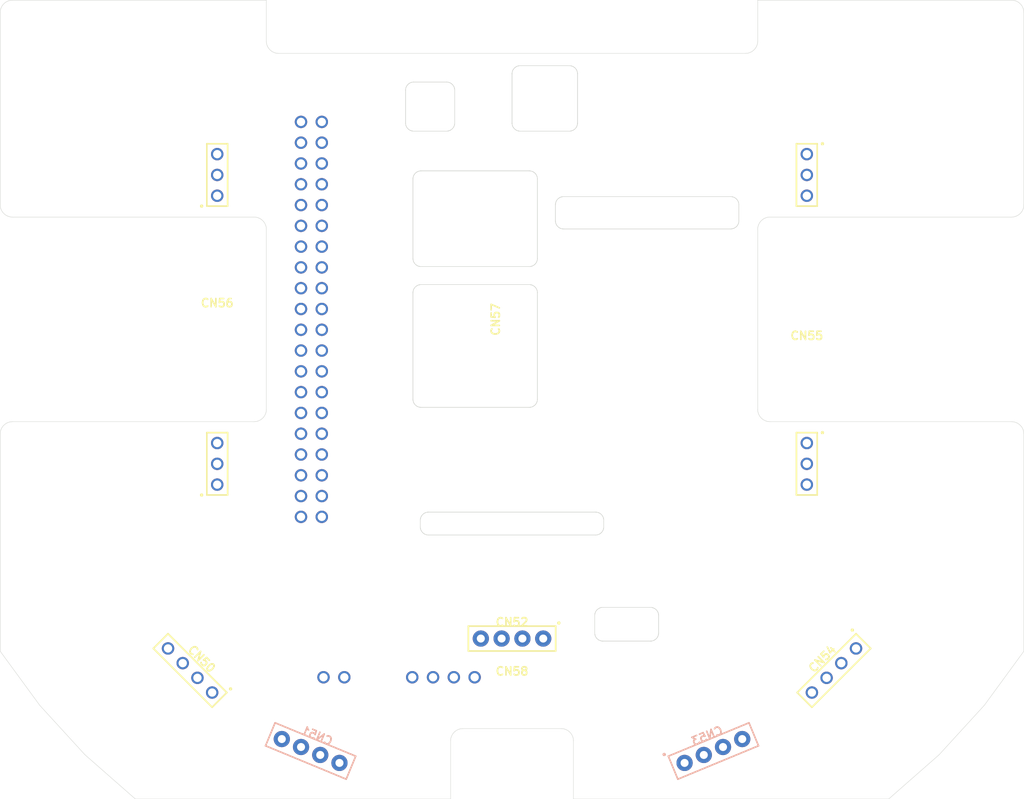
<source format=kicad_pcb>
(kicad_pcb (version 20171130) (host pcbnew 5.1.6-c6e7f7d~87~ubuntu18.04.1)

  (general
    (thickness 1.6)
    (drawings 734)
    (tracks 0)
    (zones 0)
    (modules 9)
    (nets 71)
  )

  (page A)
  (title_block
    (title "HR2 Center PCB")
    (date 2020-06-13)
    (rev A)
    (company "Homebrew Robotics Club")
  )

  (layers
    (0 F.Cu signal)
    (31 B.Cu signal)
    (32 B.Adhes user)
    (33 F.Adhes user)
    (34 B.Paste user)
    (35 F.Paste user)
    (36 B.SilkS user)
    (37 F.SilkS user)
    (38 B.Mask user)
    (39 F.Mask user)
    (40 Dwgs.User user)
    (41 Cmts.User user)
    (42 Eco1.User user)
    (43 Eco2.User user)
    (44 Edge.Cuts user)
    (45 Margin user)
    (46 B.CrtYd user)
    (47 F.CrtYd user)
    (48 B.Fab user)
    (49 F.Fab user hide)
  )

  (setup
    (last_trace_width 0.25)
    (trace_clearance 0.2)
    (zone_clearance 0.508)
    (zone_45_only no)
    (trace_min 0.2)
    (via_size 0.8)
    (via_drill 0.4)
    (via_min_size 0.4)
    (via_min_drill 0.3)
    (uvia_size 0.3)
    (uvia_drill 0.1)
    (uvias_allowed no)
    (uvia_min_size 0.2)
    (uvia_min_drill 0.1)
    (edge_width 0.05)
    (segment_width 0.2)
    (pcb_text_width 0.3)
    (pcb_text_size 1.5 1.5)
    (mod_edge_width 0.12)
    (mod_text_size 1 1)
    (mod_text_width 0.15)
    (pad_size 1.524 1.524)
    (pad_drill 0.762)
    (pad_to_mask_clearance 0.05)
    (aux_axis_origin 0 0)
    (visible_elements FFFFFF7F)
    (pcbplotparams
      (layerselection 0x010fc_ffffffff)
      (usegerberextensions false)
      (usegerberattributes true)
      (usegerberadvancedattributes true)
      (creategerberjobfile true)
      (excludeedgelayer true)
      (linewidth 0.100000)
      (plotframeref false)
      (viasonmask false)
      (mode 1)
      (useauxorigin false)
      (hpglpennumber 1)
      (hpglpenspeed 20)
      (hpglpendiameter 15.000000)
      (psnegative false)
      (psa4output false)
      (plotreference true)
      (plotvalue true)
      (plotinvisibletext false)
      (padsonsilk false)
      (subtractmaskfromsilk false)
      (outputformat 1)
      (mirror false)
      (drillshape 1)
      (scaleselection 1)
      (outputdirectory ""))
  )

  (net 0 "")
  (net 1 "Net-(CN51-Pad4)")
  (net 2 "Net-(CN51-Pad3)")
  (net 3 "Net-(CN51-Pad2)")
  (net 4 "Net-(CN51-Pad1)")
  (net 5 "Net-(CN52-Pad4)")
  (net 6 "Net-(CN52-Pad3)")
  (net 7 "Net-(CN52-Pad2)")
  (net 8 "Net-(CN52-Pad1)")
  (net 9 "Net-(CN53-Pad4)")
  (net 10 "Net-(CN53-Pad3)")
  (net 11 "Net-(CN53-Pad2)")
  (net 12 "Net-(CN53-Pad1)")
  (net 13 "Net-(CN55-Pad3)")
  (net 14 "Net-(CN55-Pad2)")
  (net 15 "Net-(CN55-Pad1)")
  (net 16 "Net-(CN55-Pad6)")
  (net 17 "Net-(CN55-Pad5)")
  (net 18 "Net-(CN55-Pad4)")
  (net 19 "Net-(CN56-Pad3)")
  (net 20 "Net-(CN56-Pad2)")
  (net 21 "Net-(CN56-Pad1)")
  (net 22 "Net-(CN56-Pad6)")
  (net 23 "Net-(CN56-Pad5)")
  (net 24 "Net-(CN56-Pad4)")
  (net 25 "Net-(CN57-Pad40)")
  (net 26 "Net-(CN57-Pad39)")
  (net 27 "Net-(CN57-Pad38)")
  (net 28 "Net-(CN57-Pad37)")
  (net 29 "Net-(CN57-Pad36)")
  (net 30 "Net-(CN57-Pad35)")
  (net 31 "Net-(CN57-Pad34)")
  (net 32 "Net-(CN57-Pad33)")
  (net 33 "Net-(CN57-Pad32)")
  (net 34 "Net-(CN57-Pad31)")
  (net 35 "Net-(CN57-Pad30)")
  (net 36 "Net-(CN57-Pad29)")
  (net 37 "Net-(CN57-Pad28)")
  (net 38 "Net-(CN57-Pad27)")
  (net 39 "Net-(CN57-Pad26)")
  (net 40 "Net-(CN57-Pad25)")
  (net 41 "Net-(CN57-Pad24)")
  (net 42 "Net-(CN57-Pad23)")
  (net 43 "Net-(CN57-Pad22)")
  (net 44 "Net-(CN57-Pad21)")
  (net 45 "Net-(CN57-Pad20)")
  (net 46 "Net-(CN57-Pad19)")
  (net 47 "Net-(CN57-Pad18)")
  (net 48 "Net-(CN57-Pad17)")
  (net 49 "Net-(CN57-Pad16)")
  (net 50 "Net-(CN57-Pad15)")
  (net 51 "Net-(CN57-Pad14)")
  (net 52 "Net-(CN57-Pad13)")
  (net 53 "Net-(CN57-Pad12)")
  (net 54 "Net-(CN57-Pad11)")
  (net 55 "Net-(CN57-Pad10)")
  (net 56 "Net-(CN57-Pad9)")
  (net 57 "Net-(CN57-Pad8)")
  (net 58 "Net-(CN57-Pad7)")
  (net 59 "Net-(CN57-Pad6)")
  (net 60 "Net-(CN57-Pad5)")
  (net 61 "Net-(CN57-Pad4)")
  (net 62 "Net-(CN57-Pad3)")
  (net 63 "Net-(CN57-Pad2)")
  (net 64 "Net-(CN57-Pad1)")
  (net 65 "Net-(CN58-Pad6)")
  (net 66 "Net-(CN58-Pad5)")
  (net 67 "Net-(CN58-Pad4)")
  (net 68 "Net-(CN58-Pad3)")
  (net 69 "Net-(CN58-Pad2)")
  (net 70 "Net-(CN58-Pad1)")

  (net_class Default "This is the default net class."
    (clearance 0.2)
    (trace_width 0.25)
    (via_dia 0.8)
    (via_drill 0.4)
    (uvia_dia 0.3)
    (uvia_drill 0.1)
    (add_net "Net-(CN51-Pad1)")
    (add_net "Net-(CN51-Pad2)")
    (add_net "Net-(CN51-Pad3)")
    (add_net "Net-(CN51-Pad4)")
    (add_net "Net-(CN52-Pad1)")
    (add_net "Net-(CN52-Pad2)")
    (add_net "Net-(CN52-Pad3)")
    (add_net "Net-(CN52-Pad4)")
    (add_net "Net-(CN53-Pad1)")
    (add_net "Net-(CN53-Pad2)")
    (add_net "Net-(CN53-Pad3)")
    (add_net "Net-(CN53-Pad4)")
    (add_net "Net-(CN55-Pad1)")
    (add_net "Net-(CN55-Pad2)")
    (add_net "Net-(CN55-Pad3)")
    (add_net "Net-(CN55-Pad4)")
    (add_net "Net-(CN55-Pad5)")
    (add_net "Net-(CN55-Pad6)")
    (add_net "Net-(CN56-Pad1)")
    (add_net "Net-(CN56-Pad2)")
    (add_net "Net-(CN56-Pad3)")
    (add_net "Net-(CN56-Pad4)")
    (add_net "Net-(CN56-Pad5)")
    (add_net "Net-(CN56-Pad6)")
    (add_net "Net-(CN57-Pad1)")
    (add_net "Net-(CN57-Pad10)")
    (add_net "Net-(CN57-Pad11)")
    (add_net "Net-(CN57-Pad12)")
    (add_net "Net-(CN57-Pad13)")
    (add_net "Net-(CN57-Pad14)")
    (add_net "Net-(CN57-Pad15)")
    (add_net "Net-(CN57-Pad16)")
    (add_net "Net-(CN57-Pad17)")
    (add_net "Net-(CN57-Pad18)")
    (add_net "Net-(CN57-Pad19)")
    (add_net "Net-(CN57-Pad2)")
    (add_net "Net-(CN57-Pad20)")
    (add_net "Net-(CN57-Pad21)")
    (add_net "Net-(CN57-Pad22)")
    (add_net "Net-(CN57-Pad23)")
    (add_net "Net-(CN57-Pad24)")
    (add_net "Net-(CN57-Pad25)")
    (add_net "Net-(CN57-Pad26)")
    (add_net "Net-(CN57-Pad27)")
    (add_net "Net-(CN57-Pad28)")
    (add_net "Net-(CN57-Pad29)")
    (add_net "Net-(CN57-Pad3)")
    (add_net "Net-(CN57-Pad30)")
    (add_net "Net-(CN57-Pad31)")
    (add_net "Net-(CN57-Pad32)")
    (add_net "Net-(CN57-Pad33)")
    (add_net "Net-(CN57-Pad34)")
    (add_net "Net-(CN57-Pad35)")
    (add_net "Net-(CN57-Pad36)")
    (add_net "Net-(CN57-Pad37)")
    (add_net "Net-(CN57-Pad38)")
    (add_net "Net-(CN57-Pad39)")
    (add_net "Net-(CN57-Pad4)")
    (add_net "Net-(CN57-Pad40)")
    (add_net "Net-(CN57-Pad5)")
    (add_net "Net-(CN57-Pad6)")
    (add_net "Net-(CN57-Pad7)")
    (add_net "Net-(CN57-Pad8)")
    (add_net "Net-(CN57-Pad9)")
    (add_net "Net-(CN58-Pad1)")
    (add_net "Net-(CN58-Pad2)")
    (add_net "Net-(CN58-Pad3)")
    (add_net "Net-(CN58-Pad4)")
    (add_net "Net-(CN58-Pad5)")
    (add_net "Net-(CN58-Pad6)")
  )

  (module HR2:ST_MATE (layer F.Cu) (tedit 5F14E081) (tstamp 5F153BE1)
    (at 100 145)
    (path /5F14D9D8)
    (fp_text reference CN58 (at 0 -2) (layer F.SilkS)
      (effects (font (size 1 1) (thickness 0.2)))
    )
    (fp_text value ST_MATE;ST_MATE (at 0 0) (layer F.Fab)
      (effects (font (size 1 1) (thickness 0.2)))
    )
    (fp_line (start 17.9 -8.81) (end 17.9 -8.9) (layer Edge.Cuts) (width 0.05))
    (fp_line (start 17.9 -8.9) (end 17.88 -8.99) (layer Edge.Cuts) (width 0.05))
    (fp_line (start 17.88 -8.99) (end 17.87 -9.07) (layer Edge.Cuts) (width 0.05))
    (fp_line (start 17.87 -9.07) (end 17.84 -9.15) (layer Edge.Cuts) (width 0.05))
    (fp_line (start 17.84 -9.15) (end 17.81 -9.24) (layer Edge.Cuts) (width 0.05))
    (fp_line (start 17.81 -9.24) (end 17.77 -9.31) (layer Edge.Cuts) (width 0.05))
    (fp_line (start 17.77 -9.31) (end 17.72 -9.39) (layer Edge.Cuts) (width 0.05))
    (fp_line (start 17.72 -9.39) (end 17.67 -9.46) (layer Edge.Cuts) (width 0.05))
    (fp_line (start 17.67 -9.46) (end 17.61 -9.52) (layer Edge.Cuts) (width 0.05))
    (fp_line (start 17.61 -9.52) (end 17.54 -9.58) (layer Edge.Cuts) (width 0.05))
    (fp_line (start 17.54 -9.58) (end 17.47 -9.63) (layer Edge.Cuts) (width 0.05))
    (fp_line (start 17.47 -9.63) (end 17.4 -9.68) (layer Edge.Cuts) (width 0.05))
    (fp_line (start 17.4 -9.68) (end 17.32 -9.72) (layer Edge.Cuts) (width 0.05))
    (fp_line (start 17.32 -9.72) (end 17.24 -9.75) (layer Edge.Cuts) (width 0.05))
    (fp_line (start 17.24 -9.75) (end 17.16 -9.78) (layer Edge.Cuts) (width 0.05))
    (fp_line (start 17.16 -9.78) (end 17.07 -9.8) (layer Edge.Cuts) (width 0.05))
    (fp_line (start 17.07 -9.8) (end 16.99 -9.81) (layer Edge.Cuts) (width 0.05))
    (fp_line (start 16.99 -9.81) (end 16.9 -9.81) (layer Edge.Cuts) (width 0.05))
    (fp_line (start 16.9 -9.81) (end 11.1 -9.81) (layer Edge.Cuts) (width 0.05))
    (fp_line (start 11.1 -9.81) (end 11.01 -9.81) (layer Edge.Cuts) (width 0.05))
    (fp_line (start 11.01 -9.81) (end 10.93 -9.8) (layer Edge.Cuts) (width 0.05))
    (fp_line (start 10.93 -9.8) (end 10.84 -9.78) (layer Edge.Cuts) (width 0.05))
    (fp_line (start 10.84 -9.78) (end 10.76 -9.75) (layer Edge.Cuts) (width 0.05))
    (fp_line (start 10.76 -9.75) (end 10.68 -9.72) (layer Edge.Cuts) (width 0.05))
    (fp_line (start 10.68 -9.72) (end 10.6 -9.68) (layer Edge.Cuts) (width 0.05))
    (fp_line (start 10.6 -9.68) (end 10.53 -9.63) (layer Edge.Cuts) (width 0.05))
    (fp_line (start 10.53 -9.63) (end 10.46 -9.58) (layer Edge.Cuts) (width 0.05))
    (fp_line (start 10.46 -9.58) (end 10.39 -9.52) (layer Edge.Cuts) (width 0.05))
    (fp_line (start 10.39 -9.52) (end 10.33 -9.46) (layer Edge.Cuts) (width 0.05))
    (fp_line (start 10.33 -9.46) (end 10.28 -9.39) (layer Edge.Cuts) (width 0.05))
    (fp_line (start 10.28 -9.39) (end 10.23 -9.31) (layer Edge.Cuts) (width 0.05))
    (fp_line (start 10.23 -9.31) (end 10.19 -9.24) (layer Edge.Cuts) (width 0.05))
    (fp_line (start 10.19 -9.24) (end 10.16 -9.15) (layer Edge.Cuts) (width 0.05))
    (fp_line (start 10.16 -9.15) (end 10.13 -9.07) (layer Edge.Cuts) (width 0.05))
    (fp_line (start 10.13 -9.07) (end 10.12 -8.99) (layer Edge.Cuts) (width 0.05))
    (fp_line (start 10.12 -8.99) (end 10.1 -8.9) (layer Edge.Cuts) (width 0.05))
    (fp_line (start 10.1 -8.9) (end 10.1 -8.81) (layer Edge.Cuts) (width 0.05))
    (fp_line (start 10.1 -8.81) (end 10.1 -6.69) (layer Edge.Cuts) (width 0.05))
    (fp_line (start 10.1 -6.69) (end 10.1 -6.6) (layer Edge.Cuts) (width 0.05))
    (fp_line (start 10.1 -6.6) (end 10.12 -6.51) (layer Edge.Cuts) (width 0.05))
    (fp_line (start 10.12 -6.51) (end 10.13 -6.43) (layer Edge.Cuts) (width 0.05))
    (fp_line (start 10.13 -6.43) (end 10.16 -6.35) (layer Edge.Cuts) (width 0.05))
    (fp_line (start 10.16 -6.35) (end 10.19 -6.26) (layer Edge.Cuts) (width 0.05))
    (fp_line (start 10.19 -6.26) (end 10.23 -6.19) (layer Edge.Cuts) (width 0.05))
    (fp_line (start 10.23 -6.19) (end 10.28 -6.11) (layer Edge.Cuts) (width 0.05))
    (fp_line (start 10.28 -6.11) (end 10.33 -6.04) (layer Edge.Cuts) (width 0.05))
    (fp_line (start 10.33 -6.04) (end 10.39 -5.98) (layer Edge.Cuts) (width 0.05))
    (fp_line (start 10.39 -5.98) (end 10.46 -5.92) (layer Edge.Cuts) (width 0.05))
    (fp_line (start 10.46 -5.92) (end 10.53 -5.87) (layer Edge.Cuts) (width 0.05))
    (fp_line (start 10.53 -5.87) (end 10.6 -5.82) (layer Edge.Cuts) (width 0.05))
    (fp_line (start 10.6 -5.82) (end 10.68 -5.78) (layer Edge.Cuts) (width 0.05))
    (fp_line (start 10.68 -5.78) (end 10.76 -5.75) (layer Edge.Cuts) (width 0.05))
    (fp_line (start 10.76 -5.75) (end 10.84 -5.72) (layer Edge.Cuts) (width 0.05))
    (fp_line (start 10.84 -5.72) (end 10.93 -5.7) (layer Edge.Cuts) (width 0.05))
    (fp_line (start 10.93 -5.7) (end 11.01 -5.69) (layer Edge.Cuts) (width 0.05))
    (fp_line (start 11.01 -5.69) (end 11.1 -5.69) (layer Edge.Cuts) (width 0.05))
    (fp_line (start 11.1 -5.69) (end 16.9 -5.69) (layer Edge.Cuts) (width 0.05))
    (fp_line (start 16.9 -5.69) (end 16.99 -5.69) (layer Edge.Cuts) (width 0.05))
    (fp_line (start 16.99 -5.69) (end 17.07 -5.7) (layer Edge.Cuts) (width 0.05))
    (fp_line (start 17.07 -5.7) (end 17.16 -5.72) (layer Edge.Cuts) (width 0.05))
    (fp_line (start 17.16 -5.72) (end 17.24 -5.75) (layer Edge.Cuts) (width 0.05))
    (fp_line (start 17.24 -5.75) (end 17.32 -5.78) (layer Edge.Cuts) (width 0.05))
    (fp_line (start 17.32 -5.78) (end 17.4 -5.82) (layer Edge.Cuts) (width 0.05))
    (fp_line (start 17.4 -5.82) (end 17.47 -5.87) (layer Edge.Cuts) (width 0.05))
    (fp_line (start 17.47 -5.87) (end 17.54 -5.92) (layer Edge.Cuts) (width 0.05))
    (fp_line (start 17.54 -5.92) (end 17.61 -5.98) (layer Edge.Cuts) (width 0.05))
    (fp_line (start 17.61 -5.98) (end 17.67 -6.04) (layer Edge.Cuts) (width 0.05))
    (fp_line (start 17.67 -6.04) (end 17.72 -6.11) (layer Edge.Cuts) (width 0.05))
    (fp_line (start 17.72 -6.11) (end 17.77 -6.19) (layer Edge.Cuts) (width 0.05))
    (fp_line (start 17.77 -6.19) (end 17.81 -6.26) (layer Edge.Cuts) (width 0.05))
    (fp_line (start 17.81 -6.26) (end 17.84 -6.35) (layer Edge.Cuts) (width 0.05))
    (fp_line (start 17.84 -6.35) (end 17.87 -6.43) (layer Edge.Cuts) (width 0.05))
    (fp_line (start 17.87 -6.43) (end 17.88 -6.51) (layer Edge.Cuts) (width 0.05))
    (fp_line (start 17.88 -6.51) (end 17.9 -6.6) (layer Edge.Cuts) (width 0.05))
    (fp_line (start 17.9 -6.6) (end 17.9 -6.69) (layer Edge.Cuts) (width 0.05))
    (fp_line (start 17.9 -6.69) (end 17.9 -8.81) (layer Edge.Cuts) (width 0.05))
    (pad 6 thru_hole circle (at -4.565 -1.27) (size 1.52 1.52) (drill 1.02) (layers *.Cu *.Mask)
      (net 65 "Net-(CN58-Pad6)"))
    (pad 5 thru_hole circle (at -7.105 -1.27) (size 1.52 1.52) (drill 1.02) (layers *.Cu *.Mask)
      (net 66 "Net-(CN58-Pad5)"))
    (pad 4 thru_hole circle (at -9.645 -1.27) (size 1.52 1.52) (drill 1.02) (layers *.Cu *.Mask)
      (net 67 "Net-(CN58-Pad4)"))
    (pad 3 thru_hole circle (at -12.185 -1.27) (size 1.52 1.52) (drill 1.02) (layers *.Cu *.Mask)
      (net 68 "Net-(CN58-Pad3)"))
    (pad 2 thru_hole circle (at -20.48 -1.27) (size 1.52 1.52) (drill 1.02) (layers *.Cu *.Mask)
      (net 69 "Net-(CN58-Pad2)"))
    (pad 1 thru_hole circle (at -23.02 -1.27) (size 1.52 1.52) (drill 1.02) (layers *.Cu *.Mask)
      (net 70 "Net-(CN58-Pad1)"))
    (pad "ST Adapter Sw Nylon Tie Hole" np_thru_hole circle (at -29 3) (size 2.4 2.4) (drill 2.4) (layers *.Cu *.Mask))
    (pad "ST Adapter SE Nylon Tie Hole" np_thru_hole circle (at -0.3 3) (size 2.4 2.4) (drill 2.4) (layers *.Cu *.Mask))
    (pad "ST Adapter Nw Nylon Tie Hole" np_thru_hole circle (at -29 -12) (size 2.4 2.4) (drill 2.4) (layers *.Cu *.Mask))
    (pad "ST Adapter NE Nylon Tie Hole" np_thru_hole circle (at -0.3 -12) (size 2.4 2.4) (drill 2.4) (layers *.Cu *.Mask))
  )

  (module HR2:HCSR04_F1x4 (layer F.Cu) (tedit 5F0B7FD2) (tstamp 5F0B87CA)
    (at 60.6874 142.9022 315)
    (path /5F0B87B8)
    (fp_text reference CN50 (at 0 -2.000001 135) (layer F.SilkS)
      (effects (font (size 1 1) (thickness 0.2)))
    )
    (fp_text value HCSR04;F1X4 (at 0 0 135) (layer F.Fab)
      (effects (font (size 1 1) (thickness 0.2)))
    )
    (fp_line (start 5.18 -1.91) (end 5.15 -1.98) (layer F.SilkS) (width 0.2))
    (fp_line (start 5.15 -1.98) (end 5.08 -2) (layer F.SilkS) (width 0.2))
    (fp_line (start 5.08 -2) (end 5.01 -1.98) (layer F.SilkS) (width 0.2))
    (fp_line (start 5.01 -1.98) (end 4.98 -1.91) (layer F.SilkS) (width 0.2))
    (fp_line (start 4.98 -1.91) (end 5.01 -1.83) (layer F.SilkS) (width 0.2))
    (fp_line (start 5.01 -1.83) (end 5.08 -1.8) (layer F.SilkS) (width 0.2))
    (fp_line (start 5.08 -1.8) (end 5.15 -1.83) (layer F.SilkS) (width 0.2))
    (fp_line (start 5.15 -1.83) (end 5.18 -1.91) (layer F.SilkS) (width 0.2))
    (fp_line (start 5.08 -1.27) (end 5.08 1.27) (layer F.SilkS) (width 0.2))
    (fp_line (start 5.08 1.27) (end -5.08 1.27) (layer F.SilkS) (width 0.2))
    (fp_line (start -5.08 1.27) (end -5.08 -1.27) (layer F.SilkS) (width 0.2))
    (fp_line (start -5.08 -1.27) (end 5.08 -1.27) (layer F.SilkS) (width 0.2))
    (pad "HCSR04 West Tie Down Hole (Normal/LP)" np_thru_hole circle (at -7.063 1.27 315) (size 2.55 2.55) (drill 2.55) (layers *.Cu *.Mask))
    (pad "HCSR04 East Tie Down Hole (Normal/LP)" np_thru_hole circle (at 7.063 1.27 315) (size 2.55 2.55) (drill 2.55) (layers *.Cu *.Mask))
    (pad 4 thru_hole circle (at -3.81 0 315) (size 1.52 1.52) (drill 1.02) (layers *.Cu *.Mask))
    (pad 3 thru_hole circle (at -1.27 0 315) (size 1.52 1.52) (drill 1.02) (layers *.Cu *.Mask))
    (pad 2 thru_hole circle (at 1.27 0 315) (size 1.52 1.52) (drill 1.02) (layers *.Cu *.Mask))
    (pad 1 thru_hole circle (at 3.81 0 315) (size 1.52 1.52) (drill 1.02) (layers *.Cu *.Mask))
  )

  (module HR2:RASPI_F2X20 (layer F.Cu) (tedit 5F14E081) (tstamp 5F1129B5)
    (at 100 100 90)
    (path /5F1114B0)
    (fp_text reference CN57 (at 0 -2 90) (layer F.SilkS)
      (effects (font (size 1 1) (thickness 0.2)))
    )
    (fp_text value RASPI;F2X20 (at 0 0 90) (layer F.Fab)
      (effects (font (size 1 1) (thickness 0.2)))
    )
    (fp_line (start 15 6.3) (end 15 6.21) (layer Edge.Cuts) (width 0.05))
    (fp_line (start 15 6.21) (end 14.98 6.13) (layer Edge.Cuts) (width 0.05))
    (fp_line (start 14.98 6.13) (end 14.97 6.04) (layer Edge.Cuts) (width 0.05))
    (fp_line (start 14.97 6.04) (end 14.94 5.96) (layer Edge.Cuts) (width 0.05))
    (fp_line (start 14.94 5.96) (end 14.91 5.88) (layer Edge.Cuts) (width 0.05))
    (fp_line (start 14.91 5.88) (end 14.87 5.8) (layer Edge.Cuts) (width 0.05))
    (fp_line (start 14.87 5.8) (end 14.82 5.73) (layer Edge.Cuts) (width 0.05))
    (fp_line (start 14.82 5.73) (end 14.77 5.66) (layer Edge.Cuts) (width 0.05))
    (fp_line (start 14.77 5.66) (end 14.71 5.59) (layer Edge.Cuts) (width 0.05))
    (fp_line (start 14.71 5.59) (end 14.64 5.53) (layer Edge.Cuts) (width 0.05))
    (fp_line (start 14.64 5.53) (end 14.57 5.48) (layer Edge.Cuts) (width 0.05))
    (fp_line (start 14.57 5.48) (end 14.5 5.43) (layer Edge.Cuts) (width 0.05))
    (fp_line (start 14.5 5.43) (end 14.42 5.39) (layer Edge.Cuts) (width 0.05))
    (fp_line (start 14.42 5.39) (end 14.34 5.36) (layer Edge.Cuts) (width 0.05))
    (fp_line (start 14.34 5.36) (end 14.26 5.33) (layer Edge.Cuts) (width 0.05))
    (fp_line (start 14.26 5.33) (end 14.17 5.32) (layer Edge.Cuts) (width 0.05))
    (fp_line (start 14.17 5.32) (end 14.09 5.3) (layer Edge.Cuts) (width 0.05))
    (fp_line (start 14.09 5.3) (end 14 5.3) (layer Edge.Cuts) (width 0.05))
    (fp_line (start 14 5.3) (end 12.05 5.3) (layer Edge.Cuts) (width 0.05))
    (fp_line (start 12.05 5.3) (end 11.96 5.3) (layer Edge.Cuts) (width 0.05))
    (fp_line (start 11.96 5.3) (end 11.88 5.32) (layer Edge.Cuts) (width 0.05))
    (fp_line (start 11.88 5.32) (end 11.79 5.33) (layer Edge.Cuts) (width 0.05))
    (fp_line (start 11.79 5.33) (end 11.71 5.36) (layer Edge.Cuts) (width 0.05))
    (fp_line (start 11.71 5.36) (end 11.63 5.39) (layer Edge.Cuts) (width 0.05))
    (fp_line (start 11.63 5.39) (end 11.55 5.43) (layer Edge.Cuts) (width 0.05))
    (fp_line (start 11.55 5.43) (end 11.48 5.48) (layer Edge.Cuts) (width 0.05))
    (fp_line (start 11.48 5.48) (end 11.41 5.53) (layer Edge.Cuts) (width 0.05))
    (fp_line (start 11.41 5.53) (end 11.34 5.59) (layer Edge.Cuts) (width 0.05))
    (fp_line (start 11.34 5.59) (end 11.28 5.66) (layer Edge.Cuts) (width 0.05))
    (fp_line (start 11.28 5.66) (end 11.23 5.73) (layer Edge.Cuts) (width 0.05))
    (fp_line (start 11.23 5.73) (end 11.18 5.8) (layer Edge.Cuts) (width 0.05))
    (fp_line (start 11.18 5.8) (end 11.14 5.88) (layer Edge.Cuts) (width 0.05))
    (fp_line (start 11.14 5.88) (end 11.11 5.96) (layer Edge.Cuts) (width 0.05))
    (fp_line (start 11.11 5.96) (end 11.08 6.04) (layer Edge.Cuts) (width 0.05))
    (fp_line (start 11.08 6.04) (end 11.07 6.13) (layer Edge.Cuts) (width 0.05))
    (fp_line (start 11.07 6.13) (end 11.05 6.21) (layer Edge.Cuts) (width 0.05))
    (fp_line (start 11.05 6.21) (end 11.05 6.3) (layer Edge.Cuts) (width 0.05))
    (fp_line (start 11.05 6.3) (end 11.05 26.7) (layer Edge.Cuts) (width 0.05))
    (fp_line (start 11.05 26.7) (end 11.05 26.79) (layer Edge.Cuts) (width 0.05))
    (fp_line (start 11.05 26.79) (end 11.07 26.87) (layer Edge.Cuts) (width 0.05))
    (fp_line (start 11.07 26.87) (end 11.08 26.96) (layer Edge.Cuts) (width 0.05))
    (fp_line (start 11.08 26.96) (end 11.11 27.04) (layer Edge.Cuts) (width 0.05))
    (fp_line (start 11.11 27.04) (end 11.14 27.12) (layer Edge.Cuts) (width 0.05))
    (fp_line (start 11.14 27.12) (end 11.18 27.2) (layer Edge.Cuts) (width 0.05))
    (fp_line (start 11.18 27.2) (end 11.23 27.27) (layer Edge.Cuts) (width 0.05))
    (fp_line (start 11.23 27.27) (end 11.28 27.34) (layer Edge.Cuts) (width 0.05))
    (fp_line (start 11.28 27.34) (end 11.34 27.41) (layer Edge.Cuts) (width 0.05))
    (fp_line (start 11.34 27.41) (end 11.41 27.47) (layer Edge.Cuts) (width 0.05))
    (fp_line (start 11.41 27.47) (end 11.48 27.52) (layer Edge.Cuts) (width 0.05))
    (fp_line (start 11.48 27.52) (end 11.55 27.57) (layer Edge.Cuts) (width 0.05))
    (fp_line (start 11.55 27.57) (end 11.63 27.61) (layer Edge.Cuts) (width 0.05))
    (fp_line (start 11.63 27.61) (end 11.71 27.64) (layer Edge.Cuts) (width 0.05))
    (fp_line (start 11.71 27.64) (end 11.79 27.67) (layer Edge.Cuts) (width 0.05))
    (fp_line (start 11.79 27.67) (end 11.88 27.68) (layer Edge.Cuts) (width 0.05))
    (fp_line (start 11.88 27.68) (end 11.96 27.7) (layer Edge.Cuts) (width 0.05))
    (fp_line (start 11.96 27.7) (end 12.05 27.7) (layer Edge.Cuts) (width 0.05))
    (fp_line (start 12.05 27.7) (end 14 27.7) (layer Edge.Cuts) (width 0.05))
    (fp_line (start 14 27.7) (end 14.09 27.7) (layer Edge.Cuts) (width 0.05))
    (fp_line (start 14.09 27.7) (end 14.17 27.68) (layer Edge.Cuts) (width 0.05))
    (fp_line (start 14.17 27.68) (end 14.26 27.67) (layer Edge.Cuts) (width 0.05))
    (fp_line (start 14.26 27.67) (end 14.34 27.64) (layer Edge.Cuts) (width 0.05))
    (fp_line (start 14.34 27.64) (end 14.42 27.61) (layer Edge.Cuts) (width 0.05))
    (fp_line (start 14.42 27.61) (end 14.5 27.57) (layer Edge.Cuts) (width 0.05))
    (fp_line (start 14.5 27.57) (end 14.57 27.52) (layer Edge.Cuts) (width 0.05))
    (fp_line (start 14.57 27.52) (end 14.64 27.47) (layer Edge.Cuts) (width 0.05))
    (fp_line (start 14.64 27.47) (end 14.71 27.41) (layer Edge.Cuts) (width 0.05))
    (fp_line (start 14.71 27.41) (end 14.77 27.34) (layer Edge.Cuts) (width 0.05))
    (fp_line (start 14.77 27.34) (end 14.82 27.27) (layer Edge.Cuts) (width 0.05))
    (fp_line (start 14.82 27.27) (end 14.87 27.2) (layer Edge.Cuts) (width 0.05))
    (fp_line (start 14.87 27.2) (end 14.91 27.12) (layer Edge.Cuts) (width 0.05))
    (fp_line (start 14.91 27.12) (end 14.94 27.04) (layer Edge.Cuts) (width 0.05))
    (fp_line (start 14.94 27.04) (end 14.97 26.96) (layer Edge.Cuts) (width 0.05))
    (fp_line (start 14.97 26.96) (end 14.98 26.87) (layer Edge.Cuts) (width 0.05))
    (fp_line (start 14.98 26.87) (end 15 26.79) (layer Edge.Cuts) (width 0.05))
    (fp_line (start 15 26.79) (end 15 26.7) (layer Edge.Cuts) (width 0.05))
    (fp_line (start 15 26.7) (end 15 6.3) (layer Edge.Cuts) (width 0.05))
    (fp_line (start -23.55 -10.2) (end -23.55 -10.29) (layer Edge.Cuts) (width 0.05))
    (fp_line (start -23.55 -10.29) (end -23.57 -10.37) (layer Edge.Cuts) (width 0.05))
    (fp_line (start -23.57 -10.37) (end -23.58 -10.46) (layer Edge.Cuts) (width 0.05))
    (fp_line (start -23.58 -10.46) (end -23.61 -10.54) (layer Edge.Cuts) (width 0.05))
    (fp_line (start -23.61 -10.54) (end -23.64 -10.62) (layer Edge.Cuts) (width 0.05))
    (fp_line (start -23.64 -10.62) (end -23.68 -10.7) (layer Edge.Cuts) (width 0.05))
    (fp_line (start -23.68 -10.7) (end -23.73 -10.77) (layer Edge.Cuts) (width 0.05))
    (fp_line (start -23.73 -10.77) (end -23.78 -10.84) (layer Edge.Cuts) (width 0.05))
    (fp_line (start -23.78 -10.84) (end -23.84 -10.91) (layer Edge.Cuts) (width 0.05))
    (fp_line (start -23.84 -10.91) (end -23.91 -10.97) (layer Edge.Cuts) (width 0.05))
    (fp_line (start -23.91 -10.97) (end -23.98 -11.02) (layer Edge.Cuts) (width 0.05))
    (fp_line (start -23.98 -11.02) (end -24.05 -11.07) (layer Edge.Cuts) (width 0.05))
    (fp_line (start -24.05 -11.07) (end -24.13 -11.11) (layer Edge.Cuts) (width 0.05))
    (fp_line (start -24.13 -11.11) (end -24.21 -11.14) (layer Edge.Cuts) (width 0.05))
    (fp_line (start -24.21 -11.14) (end -24.29 -11.17) (layer Edge.Cuts) (width 0.05))
    (fp_line (start -24.29 -11.17) (end -24.38 -11.18) (layer Edge.Cuts) (width 0.05))
    (fp_line (start -24.38 -11.18) (end -24.46 -11.2) (layer Edge.Cuts) (width 0.05))
    (fp_line (start -24.46 -11.2) (end -24.55 -11.2) (layer Edge.Cuts) (width 0.05))
    (fp_line (start -24.55 -11.2) (end -25.35 -11.2) (layer Edge.Cuts) (width 0.05))
    (fp_line (start -25.35 -11.2) (end -25.44 -11.2) (layer Edge.Cuts) (width 0.05))
    (fp_line (start -25.44 -11.2) (end -25.52 -11.18) (layer Edge.Cuts) (width 0.05))
    (fp_line (start -25.52 -11.18) (end -25.61 -11.17) (layer Edge.Cuts) (width 0.05))
    (fp_line (start -25.61 -11.17) (end -25.69 -11.14) (layer Edge.Cuts) (width 0.05))
    (fp_line (start -25.69 -11.14) (end -25.77 -11.11) (layer Edge.Cuts) (width 0.05))
    (fp_line (start -25.77 -11.11) (end -25.85 -11.07) (layer Edge.Cuts) (width 0.05))
    (fp_line (start -25.85 -11.07) (end -25.92 -11.02) (layer Edge.Cuts) (width 0.05))
    (fp_line (start -25.92 -11.02) (end -25.99 -10.97) (layer Edge.Cuts) (width 0.05))
    (fp_line (start -25.99 -10.97) (end -26.06 -10.91) (layer Edge.Cuts) (width 0.05))
    (fp_line (start -26.06 -10.91) (end -26.12 -10.84) (layer Edge.Cuts) (width 0.05))
    (fp_line (start -26.12 -10.84) (end -26.17 -10.77) (layer Edge.Cuts) (width 0.05))
    (fp_line (start -26.17 -10.77) (end -26.22 -10.7) (layer Edge.Cuts) (width 0.05))
    (fp_line (start -26.22 -10.7) (end -26.26 -10.62) (layer Edge.Cuts) (width 0.05))
    (fp_line (start -26.26 -10.62) (end -26.29 -10.54) (layer Edge.Cuts) (width 0.05))
    (fp_line (start -26.29 -10.54) (end -26.32 -10.46) (layer Edge.Cuts) (width 0.05))
    (fp_line (start -26.32 -10.46) (end -26.33 -10.37) (layer Edge.Cuts) (width 0.05))
    (fp_line (start -26.33 -10.37) (end -26.35 -10.29) (layer Edge.Cuts) (width 0.05))
    (fp_line (start -26.35 -10.29) (end -26.35 -10.2) (layer Edge.Cuts) (width 0.05))
    (fp_line (start -26.35 -10.2) (end -26.35 10.2) (layer Edge.Cuts) (width 0.05))
    (fp_line (start -26.35 10.2) (end -26.35 10.29) (layer Edge.Cuts) (width 0.05))
    (fp_line (start -26.35 10.29) (end -26.33 10.37) (layer Edge.Cuts) (width 0.05))
    (fp_line (start -26.33 10.37) (end -26.32 10.46) (layer Edge.Cuts) (width 0.05))
    (fp_line (start -26.32 10.46) (end -26.29 10.54) (layer Edge.Cuts) (width 0.05))
    (fp_line (start -26.29 10.54) (end -26.26 10.62) (layer Edge.Cuts) (width 0.05))
    (fp_line (start -26.26 10.62) (end -26.22 10.7) (layer Edge.Cuts) (width 0.05))
    (fp_line (start -26.22 10.7) (end -26.17 10.77) (layer Edge.Cuts) (width 0.05))
    (fp_line (start -26.17 10.77) (end -26.12 10.84) (layer Edge.Cuts) (width 0.05))
    (fp_line (start -26.12 10.84) (end -26.06 10.91) (layer Edge.Cuts) (width 0.05))
    (fp_line (start -26.06 10.91) (end -25.99 10.97) (layer Edge.Cuts) (width 0.05))
    (fp_line (start -25.99 10.97) (end -25.92 11.02) (layer Edge.Cuts) (width 0.05))
    (fp_line (start -25.92 11.02) (end -25.85 11.07) (layer Edge.Cuts) (width 0.05))
    (fp_line (start -25.85 11.07) (end -25.77 11.11) (layer Edge.Cuts) (width 0.05))
    (fp_line (start -25.77 11.11) (end -25.69 11.14) (layer Edge.Cuts) (width 0.05))
    (fp_line (start -25.69 11.14) (end -25.61 11.17) (layer Edge.Cuts) (width 0.05))
    (fp_line (start -25.61 11.17) (end -25.52 11.18) (layer Edge.Cuts) (width 0.05))
    (fp_line (start -25.52 11.18) (end -25.44 11.2) (layer Edge.Cuts) (width 0.05))
    (fp_line (start -25.44 11.2) (end -25.35 11.2) (layer Edge.Cuts) (width 0.05))
    (fp_line (start -25.35 11.2) (end -24.55 11.2) (layer Edge.Cuts) (width 0.05))
    (fp_line (start -24.55 11.2) (end -24.46 11.2) (layer Edge.Cuts) (width 0.05))
    (fp_line (start -24.46 11.2) (end -24.38 11.18) (layer Edge.Cuts) (width 0.05))
    (fp_line (start -24.38 11.18) (end -24.29 11.17) (layer Edge.Cuts) (width 0.05))
    (fp_line (start -24.29 11.17) (end -24.21 11.14) (layer Edge.Cuts) (width 0.05))
    (fp_line (start -24.21 11.14) (end -24.13 11.11) (layer Edge.Cuts) (width 0.05))
    (fp_line (start -24.13 11.11) (end -24.05 11.07) (layer Edge.Cuts) (width 0.05))
    (fp_line (start -24.05 11.07) (end -23.98 11.02) (layer Edge.Cuts) (width 0.05))
    (fp_line (start -23.98 11.02) (end -23.91 10.97) (layer Edge.Cuts) (width 0.05))
    (fp_line (start -23.91 10.97) (end -23.84 10.91) (layer Edge.Cuts) (width 0.05))
    (fp_line (start -23.84 10.91) (end -23.78 10.84) (layer Edge.Cuts) (width 0.05))
    (fp_line (start -23.78 10.84) (end -23.73 10.77) (layer Edge.Cuts) (width 0.05))
    (fp_line (start -23.73 10.77) (end -23.68 10.7) (layer Edge.Cuts) (width 0.05))
    (fp_line (start -23.68 10.7) (end -23.64 10.62) (layer Edge.Cuts) (width 0.05))
    (fp_line (start -23.64 10.62) (end -23.61 10.54) (layer Edge.Cuts) (width 0.05))
    (fp_line (start -23.61 10.54) (end -23.58 10.46) (layer Edge.Cuts) (width 0.05))
    (fp_line (start -23.58 10.46) (end -23.57 10.37) (layer Edge.Cuts) (width 0.05))
    (fp_line (start -23.57 10.37) (end -23.55 10.29) (layer Edge.Cuts) (width 0.05))
    (fp_line (start -23.55 10.29) (end -23.55 10.2) (layer Edge.Cuts) (width 0.05))
    (fp_line (start -23.55 10.2) (end -23.55 -10.2) (layer Edge.Cuts) (width 0.05))
    (fp_line (start 4.25 -11.1) (end 4.25 -11.19) (layer Edge.Cuts) (width 0.05))
    (fp_line (start 4.25 -11.19) (end 4.23 -11.27) (layer Edge.Cuts) (width 0.05))
    (fp_line (start 4.23 -11.27) (end 4.22 -11.36) (layer Edge.Cuts) (width 0.05))
    (fp_line (start 4.22 -11.36) (end 4.19 -11.44) (layer Edge.Cuts) (width 0.05))
    (fp_line (start 4.19 -11.44) (end 4.16 -11.52) (layer Edge.Cuts) (width 0.05))
    (fp_line (start 4.16 -11.52) (end 4.12 -11.6) (layer Edge.Cuts) (width 0.05))
    (fp_line (start 4.12 -11.6) (end 4.07 -11.67) (layer Edge.Cuts) (width 0.05))
    (fp_line (start 4.07 -11.67) (end 4.02 -11.74) (layer Edge.Cuts) (width 0.05))
    (fp_line (start 4.02 -11.74) (end 3.96 -11.81) (layer Edge.Cuts) (width 0.05))
    (fp_line (start 3.96 -11.81) (end 3.89 -11.87) (layer Edge.Cuts) (width 0.05))
    (fp_line (start 3.89 -11.87) (end 3.82 -11.92) (layer Edge.Cuts) (width 0.05))
    (fp_line (start 3.82 -11.92) (end 3.75 -11.97) (layer Edge.Cuts) (width 0.05))
    (fp_line (start 3.75 -11.97) (end 3.67 -12.01) (layer Edge.Cuts) (width 0.05))
    (fp_line (start 3.67 -12.01) (end 3.59 -12.04) (layer Edge.Cuts) (width 0.05))
    (fp_line (start 3.59 -12.04) (end 3.51 -12.07) (layer Edge.Cuts) (width 0.05))
    (fp_line (start 3.51 -12.07) (end 3.42 -12.08) (layer Edge.Cuts) (width 0.05))
    (fp_line (start 3.42 -12.08) (end 3.34 -12.1) (layer Edge.Cuts) (width 0.05))
    (fp_line (start 3.34 -12.1) (end 3.25 -12.1) (layer Edge.Cuts) (width 0.05))
    (fp_line (start 3.25 -12.1) (end -9.75 -12.1) (layer Edge.Cuts) (width 0.05))
    (fp_line (start -9.75 -12.1) (end -9.84 -12.1) (layer Edge.Cuts) (width 0.05))
    (fp_line (start -9.84 -12.1) (end -9.92 -12.08) (layer Edge.Cuts) (width 0.05))
    (fp_line (start -9.92 -12.08) (end -10.01 -12.07) (layer Edge.Cuts) (width 0.05))
    (fp_line (start -10.01 -12.07) (end -10.09 -12.04) (layer Edge.Cuts) (width 0.05))
    (fp_line (start -10.09 -12.04) (end -10.17 -12.01) (layer Edge.Cuts) (width 0.05))
    (fp_line (start -10.17 -12.01) (end -10.25 -11.97) (layer Edge.Cuts) (width 0.05))
    (fp_line (start -10.25 -11.97) (end -10.32 -11.92) (layer Edge.Cuts) (width 0.05))
    (fp_line (start -10.32 -11.92) (end -10.39 -11.87) (layer Edge.Cuts) (width 0.05))
    (fp_line (start -10.39 -11.87) (end -10.46 -11.81) (layer Edge.Cuts) (width 0.05))
    (fp_line (start -10.46 -11.81) (end -10.52 -11.74) (layer Edge.Cuts) (width 0.05))
    (fp_line (start -10.52 -11.74) (end -10.57 -11.67) (layer Edge.Cuts) (width 0.05))
    (fp_line (start -10.57 -11.67) (end -10.62 -11.6) (layer Edge.Cuts) (width 0.05))
    (fp_line (start -10.62 -11.6) (end -10.66 -11.52) (layer Edge.Cuts) (width 0.05))
    (fp_line (start -10.66 -11.52) (end -10.69 -11.44) (layer Edge.Cuts) (width 0.05))
    (fp_line (start -10.69 -11.44) (end -10.72 -11.36) (layer Edge.Cuts) (width 0.05))
    (fp_line (start -10.72 -11.36) (end -10.73 -11.27) (layer Edge.Cuts) (width 0.05))
    (fp_line (start -10.73 -11.27) (end -10.75 -11.19) (layer Edge.Cuts) (width 0.05))
    (fp_line (start -10.75 -11.19) (end -10.75 -11.1) (layer Edge.Cuts) (width 0.05))
    (fp_line (start -10.75 -11.1) (end -10.75 2.1) (layer Edge.Cuts) (width 0.05))
    (fp_line (start -10.75 2.1) (end -10.75 2.19) (layer Edge.Cuts) (width 0.05))
    (fp_line (start -10.75 2.19) (end -10.73 2.27) (layer Edge.Cuts) (width 0.05))
    (fp_line (start -10.73 2.27) (end -10.72 2.36) (layer Edge.Cuts) (width 0.05))
    (fp_line (start -10.72 2.36) (end -10.69 2.44) (layer Edge.Cuts) (width 0.05))
    (fp_line (start -10.69 2.44) (end -10.66 2.52) (layer Edge.Cuts) (width 0.05))
    (fp_line (start -10.66 2.52) (end -10.62 2.6) (layer Edge.Cuts) (width 0.05))
    (fp_line (start -10.62 2.6) (end -10.57 2.67) (layer Edge.Cuts) (width 0.05))
    (fp_line (start -10.57 2.67) (end -10.52 2.74) (layer Edge.Cuts) (width 0.05))
    (fp_line (start -10.52 2.74) (end -10.46 2.81) (layer Edge.Cuts) (width 0.05))
    (fp_line (start -10.46 2.81) (end -10.39 2.87) (layer Edge.Cuts) (width 0.05))
    (fp_line (start -10.39 2.87) (end -10.32 2.92) (layer Edge.Cuts) (width 0.05))
    (fp_line (start -10.32 2.92) (end -10.25 2.97) (layer Edge.Cuts) (width 0.05))
    (fp_line (start -10.25 2.97) (end -10.17 3.01) (layer Edge.Cuts) (width 0.05))
    (fp_line (start -10.17 3.01) (end -10.09 3.04) (layer Edge.Cuts) (width 0.05))
    (fp_line (start -10.09 3.04) (end -10.01 3.07) (layer Edge.Cuts) (width 0.05))
    (fp_line (start -10.01 3.07) (end -9.92 3.08) (layer Edge.Cuts) (width 0.05))
    (fp_line (start -9.92 3.08) (end -9.84 3.1) (layer Edge.Cuts) (width 0.05))
    (fp_line (start -9.84 3.1) (end -9.75 3.1) (layer Edge.Cuts) (width 0.05))
    (fp_line (start -9.75 3.1) (end 3.25 3.1) (layer Edge.Cuts) (width 0.05))
    (fp_line (start 3.25 3.1) (end 3.34 3.1) (layer Edge.Cuts) (width 0.05))
    (fp_line (start 3.34 3.1) (end 3.42 3.08) (layer Edge.Cuts) (width 0.05))
    (fp_line (start 3.42 3.08) (end 3.51 3.07) (layer Edge.Cuts) (width 0.05))
    (fp_line (start 3.51 3.07) (end 3.59 3.04) (layer Edge.Cuts) (width 0.05))
    (fp_line (start 3.59 3.04) (end 3.67 3.01) (layer Edge.Cuts) (width 0.05))
    (fp_line (start 3.67 3.01) (end 3.75 2.97) (layer Edge.Cuts) (width 0.05))
    (fp_line (start 3.75 2.97) (end 3.82 2.92) (layer Edge.Cuts) (width 0.05))
    (fp_line (start 3.82 2.92) (end 3.89 2.87) (layer Edge.Cuts) (width 0.05))
    (fp_line (start 3.89 2.87) (end 3.96 2.81) (layer Edge.Cuts) (width 0.05))
    (fp_line (start 3.96 2.81) (end 4.02 2.74) (layer Edge.Cuts) (width 0.05))
    (fp_line (start 4.02 2.74) (end 4.07 2.67) (layer Edge.Cuts) (width 0.05))
    (fp_line (start 4.07 2.67) (end 4.12 2.6) (layer Edge.Cuts) (width 0.05))
    (fp_line (start 4.12 2.6) (end 4.16 2.52) (layer Edge.Cuts) (width 0.05))
    (fp_line (start 4.16 2.52) (end 4.19 2.44) (layer Edge.Cuts) (width 0.05))
    (fp_line (start 4.19 2.44) (end 4.22 2.36) (layer Edge.Cuts) (width 0.05))
    (fp_line (start 4.22 2.36) (end 4.23 2.27) (layer Edge.Cuts) (width 0.05))
    (fp_line (start 4.23 2.27) (end 4.25 2.19) (layer Edge.Cuts) (width 0.05))
    (fp_line (start 4.25 2.19) (end 4.25 2.1) (layer Edge.Cuts) (width 0.05))
    (fp_line (start 4.25 2.1) (end 4.25 -11.1) (layer Edge.Cuts) (width 0.05))
    (fp_line (start 18.15 -11.1) (end 18.15 -11.19) (layer Edge.Cuts) (width 0.05))
    (fp_line (start 18.15 -11.19) (end 18.13 -11.27) (layer Edge.Cuts) (width 0.05))
    (fp_line (start 18.13 -11.27) (end 18.12 -11.36) (layer Edge.Cuts) (width 0.05))
    (fp_line (start 18.12 -11.36) (end 18.09 -11.44) (layer Edge.Cuts) (width 0.05))
    (fp_line (start 18.09 -11.44) (end 18.06 -11.52) (layer Edge.Cuts) (width 0.05))
    (fp_line (start 18.06 -11.52) (end 18.02 -11.6) (layer Edge.Cuts) (width 0.05))
    (fp_line (start 18.02 -11.6) (end 17.97 -11.67) (layer Edge.Cuts) (width 0.05))
    (fp_line (start 17.97 -11.67) (end 17.92 -11.74) (layer Edge.Cuts) (width 0.05))
    (fp_line (start 17.92 -11.74) (end 17.86 -11.81) (layer Edge.Cuts) (width 0.05))
    (fp_line (start 17.86 -11.81) (end 17.79 -11.87) (layer Edge.Cuts) (width 0.05))
    (fp_line (start 17.79 -11.87) (end 17.72 -11.92) (layer Edge.Cuts) (width 0.05))
    (fp_line (start 17.72 -11.92) (end 17.65 -11.97) (layer Edge.Cuts) (width 0.05))
    (fp_line (start 17.65 -11.97) (end 17.57 -12.01) (layer Edge.Cuts) (width 0.05))
    (fp_line (start 17.57 -12.01) (end 17.49 -12.04) (layer Edge.Cuts) (width 0.05))
    (fp_line (start 17.49 -12.04) (end 17.41 -12.07) (layer Edge.Cuts) (width 0.05))
    (fp_line (start 17.41 -12.07) (end 17.32 -12.08) (layer Edge.Cuts) (width 0.05))
    (fp_line (start 17.32 -12.08) (end 17.24 -12.1) (layer Edge.Cuts) (width 0.05))
    (fp_line (start 17.24 -12.1) (end 17.15 -12.1) (layer Edge.Cuts) (width 0.05))
    (fp_line (start 17.15 -12.1) (end 7.45 -12.1) (layer Edge.Cuts) (width 0.05))
    (fp_line (start 7.45 -12.1) (end 7.36 -12.1) (layer Edge.Cuts) (width 0.05))
    (fp_line (start 7.36 -12.1) (end 7.28 -12.08) (layer Edge.Cuts) (width 0.05))
    (fp_line (start 7.28 -12.08) (end 7.19 -12.07) (layer Edge.Cuts) (width 0.05))
    (fp_line (start 7.19 -12.07) (end 7.11 -12.04) (layer Edge.Cuts) (width 0.05))
    (fp_line (start 7.11 -12.04) (end 7.03 -12.01) (layer Edge.Cuts) (width 0.05))
    (fp_line (start 7.03 -12.01) (end 6.95 -11.97) (layer Edge.Cuts) (width 0.05))
    (fp_line (start 6.95 -11.97) (end 6.88 -11.92) (layer Edge.Cuts) (width 0.05))
    (fp_line (start 6.88 -11.92) (end 6.81 -11.87) (layer Edge.Cuts) (width 0.05))
    (fp_line (start 6.81 -11.87) (end 6.74 -11.81) (layer Edge.Cuts) (width 0.05))
    (fp_line (start 6.74 -11.81) (end 6.68 -11.74) (layer Edge.Cuts) (width 0.05))
    (fp_line (start 6.68 -11.74) (end 6.63 -11.67) (layer Edge.Cuts) (width 0.05))
    (fp_line (start 6.63 -11.67) (end 6.58 -11.6) (layer Edge.Cuts) (width 0.05))
    (fp_line (start 6.58 -11.6) (end 6.54 -11.52) (layer Edge.Cuts) (width 0.05))
    (fp_line (start 6.54 -11.52) (end 6.51 -11.44) (layer Edge.Cuts) (width 0.05))
    (fp_line (start 6.51 -11.44) (end 6.48 -11.36) (layer Edge.Cuts) (width 0.05))
    (fp_line (start 6.48 -11.36) (end 6.47 -11.27) (layer Edge.Cuts) (width 0.05))
    (fp_line (start 6.47 -11.27) (end 6.45 -11.19) (layer Edge.Cuts) (width 0.05))
    (fp_line (start 6.45 -11.19) (end 6.45 -11.1) (layer Edge.Cuts) (width 0.05))
    (fp_line (start 6.45 -11.1) (end 6.45 2.1) (layer Edge.Cuts) (width 0.05))
    (fp_line (start 6.45 2.1) (end 6.45 2.19) (layer Edge.Cuts) (width 0.05))
    (fp_line (start 6.45 2.19) (end 6.47 2.27) (layer Edge.Cuts) (width 0.05))
    (fp_line (start 6.47 2.27) (end 6.48 2.36) (layer Edge.Cuts) (width 0.05))
    (fp_line (start 6.48 2.36) (end 6.51 2.44) (layer Edge.Cuts) (width 0.05))
    (fp_line (start 6.51 2.44) (end 6.54 2.52) (layer Edge.Cuts) (width 0.05))
    (fp_line (start 6.54 2.52) (end 6.58 2.6) (layer Edge.Cuts) (width 0.05))
    (fp_line (start 6.58 2.6) (end 6.63 2.67) (layer Edge.Cuts) (width 0.05))
    (fp_line (start 6.63 2.67) (end 6.68 2.74) (layer Edge.Cuts) (width 0.05))
    (fp_line (start 6.68 2.74) (end 6.74 2.81) (layer Edge.Cuts) (width 0.05))
    (fp_line (start 6.74 2.81) (end 6.81 2.87) (layer Edge.Cuts) (width 0.05))
    (fp_line (start 6.81 2.87) (end 6.88 2.92) (layer Edge.Cuts) (width 0.05))
    (fp_line (start 6.88 2.92) (end 6.95 2.97) (layer Edge.Cuts) (width 0.05))
    (fp_line (start 6.95 2.97) (end 7.03 3.01) (layer Edge.Cuts) (width 0.05))
    (fp_line (start 7.03 3.01) (end 7.11 3.04) (layer Edge.Cuts) (width 0.05))
    (fp_line (start 7.11 3.04) (end 7.19 3.07) (layer Edge.Cuts) (width 0.05))
    (fp_line (start 7.19 3.07) (end 7.28 3.08) (layer Edge.Cuts) (width 0.05))
    (fp_line (start 7.28 3.08) (end 7.36 3.1) (layer Edge.Cuts) (width 0.05))
    (fp_line (start 7.36 3.1) (end 7.45 3.1) (layer Edge.Cuts) (width 0.05))
    (fp_line (start 7.45 3.1) (end 17.15 3.1) (layer Edge.Cuts) (width 0.05))
    (fp_line (start 17.15 3.1) (end 17.24 3.1) (layer Edge.Cuts) (width 0.05))
    (fp_line (start 17.24 3.1) (end 17.32 3.08) (layer Edge.Cuts) (width 0.05))
    (fp_line (start 17.32 3.08) (end 17.41 3.07) (layer Edge.Cuts) (width 0.05))
    (fp_line (start 17.41 3.07) (end 17.49 3.04) (layer Edge.Cuts) (width 0.05))
    (fp_line (start 17.49 3.04) (end 17.57 3.01) (layer Edge.Cuts) (width 0.05))
    (fp_line (start 17.57 3.01) (end 17.65 2.97) (layer Edge.Cuts) (width 0.05))
    (fp_line (start 17.65 2.97) (end 17.72 2.92) (layer Edge.Cuts) (width 0.05))
    (fp_line (start 17.72 2.92) (end 17.79 2.87) (layer Edge.Cuts) (width 0.05))
    (fp_line (start 17.79 2.87) (end 17.86 2.81) (layer Edge.Cuts) (width 0.05))
    (fp_line (start 17.86 2.81) (end 17.92 2.74) (layer Edge.Cuts) (width 0.05))
    (fp_line (start 17.92 2.74) (end 17.97 2.67) (layer Edge.Cuts) (width 0.05))
    (fp_line (start 17.97 2.67) (end 18.02 2.6) (layer Edge.Cuts) (width 0.05))
    (fp_line (start 18.02 2.6) (end 18.06 2.52) (layer Edge.Cuts) (width 0.05))
    (fp_line (start 18.06 2.52) (end 18.09 2.44) (layer Edge.Cuts) (width 0.05))
    (fp_line (start 18.09 2.44) (end 18.12 2.36) (layer Edge.Cuts) (width 0.05))
    (fp_line (start 18.12 2.36) (end 18.13 2.27) (layer Edge.Cuts) (width 0.05))
    (fp_line (start 18.13 2.27) (end 18.15 2.19) (layer Edge.Cuts) (width 0.05))
    (fp_line (start 18.15 2.19) (end 18.15 2.1) (layer Edge.Cuts) (width 0.05))
    (fp_line (start 18.15 2.1) (end 18.15 -11.1) (layer Edge.Cuts) (width 0.05))
    (fp_line (start 29 -12) (end 29 -12.09) (layer Edge.Cuts) (width 0.05))
    (fp_line (start 29 -12.09) (end 28.98 -12.17) (layer Edge.Cuts) (width 0.05))
    (fp_line (start 28.98 -12.17) (end 28.97 -12.26) (layer Edge.Cuts) (width 0.05))
    (fp_line (start 28.97 -12.26) (end 28.94 -12.34) (layer Edge.Cuts) (width 0.05))
    (fp_line (start 28.94 -12.34) (end 28.91 -12.42) (layer Edge.Cuts) (width 0.05))
    (fp_line (start 28.91 -12.42) (end 28.87 -12.5) (layer Edge.Cuts) (width 0.05))
    (fp_line (start 28.87 -12.5) (end 28.82 -12.57) (layer Edge.Cuts) (width 0.05))
    (fp_line (start 28.82 -12.57) (end 28.77 -12.64) (layer Edge.Cuts) (width 0.05))
    (fp_line (start 28.77 -12.64) (end 28.71 -12.71) (layer Edge.Cuts) (width 0.05))
    (fp_line (start 28.71 -12.71) (end 28.64 -12.77) (layer Edge.Cuts) (width 0.05))
    (fp_line (start 28.64 -12.77) (end 28.57 -12.82) (layer Edge.Cuts) (width 0.05))
    (fp_line (start 28.57 -12.82) (end 28.5 -12.87) (layer Edge.Cuts) (width 0.05))
    (fp_line (start 28.5 -12.87) (end 28.42 -12.91) (layer Edge.Cuts) (width 0.05))
    (fp_line (start 28.42 -12.91) (end 28.34 -12.94) (layer Edge.Cuts) (width 0.05))
    (fp_line (start 28.34 -12.94) (end 28.26 -12.97) (layer Edge.Cuts) (width 0.05))
    (fp_line (start 28.26 -12.97) (end 28.17 -12.98) (layer Edge.Cuts) (width 0.05))
    (fp_line (start 28.17 -12.98) (end 28.09 -13) (layer Edge.Cuts) (width 0.05))
    (fp_line (start 28.09 -13) (end 28 -13) (layer Edge.Cuts) (width 0.05))
    (fp_line (start 28 -13) (end 24 -13) (layer Edge.Cuts) (width 0.05))
    (fp_line (start 24 -13) (end 23.91 -13) (layer Edge.Cuts) (width 0.05))
    (fp_line (start 23.91 -13) (end 23.83 -12.98) (layer Edge.Cuts) (width 0.05))
    (fp_line (start 23.83 -12.98) (end 23.74 -12.97) (layer Edge.Cuts) (width 0.05))
    (fp_line (start 23.74 -12.97) (end 23.66 -12.94) (layer Edge.Cuts) (width 0.05))
    (fp_line (start 23.66 -12.94) (end 23.58 -12.91) (layer Edge.Cuts) (width 0.05))
    (fp_line (start 23.58 -12.91) (end 23.5 -12.87) (layer Edge.Cuts) (width 0.05))
    (fp_line (start 23.5 -12.87) (end 23.43 -12.82) (layer Edge.Cuts) (width 0.05))
    (fp_line (start 23.43 -12.82) (end 23.36 -12.77) (layer Edge.Cuts) (width 0.05))
    (fp_line (start 23.36 -12.77) (end 23.29 -12.71) (layer Edge.Cuts) (width 0.05))
    (fp_line (start 23.29 -12.71) (end 23.23 -12.64) (layer Edge.Cuts) (width 0.05))
    (fp_line (start 23.23 -12.64) (end 23.18 -12.57) (layer Edge.Cuts) (width 0.05))
    (fp_line (start 23.18 -12.57) (end 23.13 -12.5) (layer Edge.Cuts) (width 0.05))
    (fp_line (start 23.13 -12.5) (end 23.09 -12.42) (layer Edge.Cuts) (width 0.05))
    (fp_line (start 23.09 -12.42) (end 23.06 -12.34) (layer Edge.Cuts) (width 0.05))
    (fp_line (start 23.06 -12.34) (end 23.03 -12.26) (layer Edge.Cuts) (width 0.05))
    (fp_line (start 23.03 -12.26) (end 23.02 -12.17) (layer Edge.Cuts) (width 0.05))
    (fp_line (start 23.02 -12.17) (end 23 -12.09) (layer Edge.Cuts) (width 0.05))
    (fp_line (start 23 -12.09) (end 23 -12) (layer Edge.Cuts) (width 0.05))
    (fp_line (start 23 -12) (end 23 -8) (layer Edge.Cuts) (width 0.05))
    (fp_line (start 23 -8) (end 23 -7.91) (layer Edge.Cuts) (width 0.05))
    (fp_line (start 23 -7.91) (end 23.02 -7.83) (layer Edge.Cuts) (width 0.05))
    (fp_line (start 23.02 -7.83) (end 23.03 -7.74) (layer Edge.Cuts) (width 0.05))
    (fp_line (start 23.03 -7.74) (end 23.06 -7.66) (layer Edge.Cuts) (width 0.05))
    (fp_line (start 23.06 -7.66) (end 23.09 -7.58) (layer Edge.Cuts) (width 0.05))
    (fp_line (start 23.09 -7.58) (end 23.13 -7.5) (layer Edge.Cuts) (width 0.05))
    (fp_line (start 23.13 -7.5) (end 23.18 -7.43) (layer Edge.Cuts) (width 0.05))
    (fp_line (start 23.18 -7.43) (end 23.23 -7.36) (layer Edge.Cuts) (width 0.05))
    (fp_line (start 23.23 -7.36) (end 23.29 -7.29) (layer Edge.Cuts) (width 0.05))
    (fp_line (start 23.29 -7.29) (end 23.36 -7.23) (layer Edge.Cuts) (width 0.05))
    (fp_line (start 23.36 -7.23) (end 23.43 -7.18) (layer Edge.Cuts) (width 0.05))
    (fp_line (start 23.43 -7.18) (end 23.5 -7.13) (layer Edge.Cuts) (width 0.05))
    (fp_line (start 23.5 -7.13) (end 23.58 -7.09) (layer Edge.Cuts) (width 0.05))
    (fp_line (start 23.58 -7.09) (end 23.66 -7.06) (layer Edge.Cuts) (width 0.05))
    (fp_line (start 23.66 -7.06) (end 23.74 -7.03) (layer Edge.Cuts) (width 0.05))
    (fp_line (start 23.74 -7.03) (end 23.83 -7.02) (layer Edge.Cuts) (width 0.05))
    (fp_line (start 23.83 -7.02) (end 23.91 -7) (layer Edge.Cuts) (width 0.05))
    (fp_line (start 23.91 -7) (end 24 -7) (layer Edge.Cuts) (width 0.05))
    (fp_line (start 24 -7) (end 28 -7) (layer Edge.Cuts) (width 0.05))
    (fp_line (start 28 -7) (end 28.09 -7) (layer Edge.Cuts) (width 0.05))
    (fp_line (start 28.09 -7) (end 28.17 -7.02) (layer Edge.Cuts) (width 0.05))
    (fp_line (start 28.17 -7.02) (end 28.26 -7.03) (layer Edge.Cuts) (width 0.05))
    (fp_line (start 28.26 -7.03) (end 28.34 -7.06) (layer Edge.Cuts) (width 0.05))
    (fp_line (start 28.34 -7.06) (end 28.42 -7.09) (layer Edge.Cuts) (width 0.05))
    (fp_line (start 28.42 -7.09) (end 28.5 -7.13) (layer Edge.Cuts) (width 0.05))
    (fp_line (start 28.5 -7.13) (end 28.57 -7.18) (layer Edge.Cuts) (width 0.05))
    (fp_line (start 28.57 -7.18) (end 28.64 -7.23) (layer Edge.Cuts) (width 0.05))
    (fp_line (start 28.64 -7.23) (end 28.71 -7.29) (layer Edge.Cuts) (width 0.05))
    (fp_line (start 28.71 -7.29) (end 28.77 -7.36) (layer Edge.Cuts) (width 0.05))
    (fp_line (start 28.77 -7.36) (end 28.82 -7.43) (layer Edge.Cuts) (width 0.05))
    (fp_line (start 28.82 -7.43) (end 28.87 -7.5) (layer Edge.Cuts) (width 0.05))
    (fp_line (start 28.87 -7.5) (end 28.91 -7.58) (layer Edge.Cuts) (width 0.05))
    (fp_line (start 28.91 -7.58) (end 28.94 -7.66) (layer Edge.Cuts) (width 0.05))
    (fp_line (start 28.94 -7.66) (end 28.97 -7.74) (layer Edge.Cuts) (width 0.05))
    (fp_line (start 28.97 -7.74) (end 28.98 -7.83) (layer Edge.Cuts) (width 0.05))
    (fp_line (start 28.98 -7.83) (end 29 -7.91) (layer Edge.Cuts) (width 0.05))
    (fp_line (start 29 -7.91) (end 29 -8) (layer Edge.Cuts) (width 0.05))
    (fp_line (start 29 -8) (end 29 -12) (layer Edge.Cuts) (width 0.05))
    (fp_line (start 31 1) (end 31 0.91) (layer Edge.Cuts) (width 0.05))
    (fp_line (start 31 0.91) (end 30.98 0.83) (layer Edge.Cuts) (width 0.05))
    (fp_line (start 30.98 0.83) (end 30.97 0.74) (layer Edge.Cuts) (width 0.05))
    (fp_line (start 30.97 0.74) (end 30.94 0.66) (layer Edge.Cuts) (width 0.05))
    (fp_line (start 30.94 0.66) (end 30.91 0.58) (layer Edge.Cuts) (width 0.05))
    (fp_line (start 30.91 0.58) (end 30.87 0.5) (layer Edge.Cuts) (width 0.05))
    (fp_line (start 30.87 0.5) (end 30.82 0.43) (layer Edge.Cuts) (width 0.05))
    (fp_line (start 30.82 0.43) (end 30.77 0.36) (layer Edge.Cuts) (width 0.05))
    (fp_line (start 30.77 0.36) (end 30.71 0.29) (layer Edge.Cuts) (width 0.05))
    (fp_line (start 30.71 0.29) (end 30.64 0.23) (layer Edge.Cuts) (width 0.05))
    (fp_line (start 30.64 0.23) (end 30.57 0.18) (layer Edge.Cuts) (width 0.05))
    (fp_line (start 30.57 0.18) (end 30.5 0.13) (layer Edge.Cuts) (width 0.05))
    (fp_line (start 30.5 0.13) (end 30.42 0.09) (layer Edge.Cuts) (width 0.05))
    (fp_line (start 30.42 0.09) (end 30.34 0.06) (layer Edge.Cuts) (width 0.05))
    (fp_line (start 30.34 0.06) (end 30.26 0.03) (layer Edge.Cuts) (width 0.05))
    (fp_line (start 30.26 0.03) (end 30.17 0.02) (layer Edge.Cuts) (width 0.05))
    (fp_line (start 30.17 0.02) (end 30.09 0) (layer Edge.Cuts) (width 0.05))
    (fp_line (start 30.09 0) (end 30 0) (layer Edge.Cuts) (width 0.05))
    (fp_line (start 30 0) (end 24 0) (layer Edge.Cuts) (width 0.05))
    (fp_line (start 24 0) (end 23.91 0) (layer Edge.Cuts) (width 0.05))
    (fp_line (start 23.91 0) (end 23.83 0.02) (layer Edge.Cuts) (width 0.05))
    (fp_line (start 23.83 0.02) (end 23.74 0.03) (layer Edge.Cuts) (width 0.05))
    (fp_line (start 23.74 0.03) (end 23.66 0.06) (layer Edge.Cuts) (width 0.05))
    (fp_line (start 23.66 0.06) (end 23.58 0.09) (layer Edge.Cuts) (width 0.05))
    (fp_line (start 23.58 0.09) (end 23.5 0.13) (layer Edge.Cuts) (width 0.05))
    (fp_line (start 23.5 0.13) (end 23.43 0.18) (layer Edge.Cuts) (width 0.05))
    (fp_line (start 23.43 0.18) (end 23.36 0.23) (layer Edge.Cuts) (width 0.05))
    (fp_line (start 23.36 0.23) (end 23.29 0.29) (layer Edge.Cuts) (width 0.05))
    (fp_line (start 23.29 0.29) (end 23.23 0.36) (layer Edge.Cuts) (width 0.05))
    (fp_line (start 23.23 0.36) (end 23.18 0.43) (layer Edge.Cuts) (width 0.05))
    (fp_line (start 23.18 0.43) (end 23.13 0.5) (layer Edge.Cuts) (width 0.05))
    (fp_line (start 23.13 0.5) (end 23.09 0.58) (layer Edge.Cuts) (width 0.05))
    (fp_line (start 23.09 0.58) (end 23.06 0.66) (layer Edge.Cuts) (width 0.05))
    (fp_line (start 23.06 0.66) (end 23.03 0.74) (layer Edge.Cuts) (width 0.05))
    (fp_line (start 23.03 0.74) (end 23.02 0.83) (layer Edge.Cuts) (width 0.05))
    (fp_line (start 23.02 0.83) (end 23 0.91) (layer Edge.Cuts) (width 0.05))
    (fp_line (start 23 0.91) (end 23 1) (layer Edge.Cuts) (width 0.05))
    (fp_line (start 23 1) (end 23 7) (layer Edge.Cuts) (width 0.05))
    (fp_line (start 23 7) (end 23 7.09) (layer Edge.Cuts) (width 0.05))
    (fp_line (start 23 7.09) (end 23.02 7.17) (layer Edge.Cuts) (width 0.05))
    (fp_line (start 23.02 7.17) (end 23.03 7.26) (layer Edge.Cuts) (width 0.05))
    (fp_line (start 23.03 7.26) (end 23.06 7.34) (layer Edge.Cuts) (width 0.05))
    (fp_line (start 23.06 7.34) (end 23.09 7.42) (layer Edge.Cuts) (width 0.05))
    (fp_line (start 23.09 7.42) (end 23.13 7.5) (layer Edge.Cuts) (width 0.05))
    (fp_line (start 23.13 7.5) (end 23.18 7.57) (layer Edge.Cuts) (width 0.05))
    (fp_line (start 23.18 7.57) (end 23.23 7.64) (layer Edge.Cuts) (width 0.05))
    (fp_line (start 23.23 7.64) (end 23.29 7.71) (layer Edge.Cuts) (width 0.05))
    (fp_line (start 23.29 7.71) (end 23.36 7.77) (layer Edge.Cuts) (width 0.05))
    (fp_line (start 23.36 7.77) (end 23.43 7.82) (layer Edge.Cuts) (width 0.05))
    (fp_line (start 23.43 7.82) (end 23.5 7.87) (layer Edge.Cuts) (width 0.05))
    (fp_line (start 23.5 7.87) (end 23.58 7.91) (layer Edge.Cuts) (width 0.05))
    (fp_line (start 23.58 7.91) (end 23.66 7.94) (layer Edge.Cuts) (width 0.05))
    (fp_line (start 23.66 7.94) (end 23.74 7.97) (layer Edge.Cuts) (width 0.05))
    (fp_line (start 23.74 7.97) (end 23.83 7.98) (layer Edge.Cuts) (width 0.05))
    (fp_line (start 23.83 7.98) (end 23.91 8) (layer Edge.Cuts) (width 0.05))
    (fp_line (start 23.91 8) (end 24 8) (layer Edge.Cuts) (width 0.05))
    (fp_line (start 24 8) (end 30 8) (layer Edge.Cuts) (width 0.05))
    (fp_line (start 30 8) (end 30.09 8) (layer Edge.Cuts) (width 0.05))
    (fp_line (start 30.09 8) (end 30.17 7.98) (layer Edge.Cuts) (width 0.05))
    (fp_line (start 30.17 7.98) (end 30.26 7.97) (layer Edge.Cuts) (width 0.05))
    (fp_line (start 30.26 7.97) (end 30.34 7.94) (layer Edge.Cuts) (width 0.05))
    (fp_line (start 30.34 7.94) (end 30.42 7.91) (layer Edge.Cuts) (width 0.05))
    (fp_line (start 30.42 7.91) (end 30.5 7.87) (layer Edge.Cuts) (width 0.05))
    (fp_line (start 30.5 7.87) (end 30.57 7.82) (layer Edge.Cuts) (width 0.05))
    (fp_line (start 30.57 7.82) (end 30.64 7.77) (layer Edge.Cuts) (width 0.05))
    (fp_line (start 30.64 7.77) (end 30.71 7.71) (layer Edge.Cuts) (width 0.05))
    (fp_line (start 30.71 7.71) (end 30.77 7.64) (layer Edge.Cuts) (width 0.05))
    (fp_line (start 30.77 7.64) (end 30.82 7.57) (layer Edge.Cuts) (width 0.05))
    (fp_line (start 30.82 7.57) (end 30.87 7.5) (layer Edge.Cuts) (width 0.05))
    (fp_line (start 30.87 7.5) (end 30.91 7.42) (layer Edge.Cuts) (width 0.05))
    (fp_line (start 30.91 7.42) (end 30.94 7.34) (layer Edge.Cuts) (width 0.05))
    (fp_line (start 30.94 7.34) (end 30.97 7.26) (layer Edge.Cuts) (width 0.05))
    (fp_line (start 30.97 7.26) (end 30.98 7.17) (layer Edge.Cuts) (width 0.05))
    (fp_line (start 30.98 7.17) (end 31 7.09) (layer Edge.Cuts) (width 0.05))
    (fp_line (start 31 7.09) (end 31 7) (layer Edge.Cuts) (width 0.05))
    (fp_line (start 31 7) (end 31 1) (layer Edge.Cuts) (width 0.05))
    (pad 40 thru_hole circle (at 24.13 -25.77 90) (size 1.52 1.52) (drill 1.02) (layers *.Cu *.Mask)
      (net 25 "Net-(CN57-Pad40)"))
    (pad 39 thru_hole circle (at 21.59 -25.77 90) (size 1.52 1.52) (drill 1.02) (layers *.Cu *.Mask)
      (net 26 "Net-(CN57-Pad39)"))
    (pad 38 thru_hole circle (at 19.05 -25.77 90) (size 1.52 1.52) (drill 1.02) (layers *.Cu *.Mask)
      (net 27 "Net-(CN57-Pad38)"))
    (pad 37 thru_hole circle (at 16.51 -25.77 90) (size 1.52 1.52) (drill 1.02) (layers *.Cu *.Mask)
      (net 28 "Net-(CN57-Pad37)"))
    (pad 36 thru_hole circle (at 13.97 -25.77 90) (size 1.52 1.52) (drill 1.02) (layers *.Cu *.Mask)
      (net 29 "Net-(CN57-Pad36)"))
    (pad 35 thru_hole circle (at 11.43 -25.77 90) (size 1.52 1.52) (drill 1.02) (layers *.Cu *.Mask)
      (net 30 "Net-(CN57-Pad35)"))
    (pad 34 thru_hole circle (at 8.89 -25.77 90) (size 1.52 1.52) (drill 1.02) (layers *.Cu *.Mask)
      (net 31 "Net-(CN57-Pad34)"))
    (pad 33 thru_hole circle (at 6.35 -25.77 90) (size 1.52 1.52) (drill 1.02) (layers *.Cu *.Mask)
      (net 32 "Net-(CN57-Pad33)"))
    (pad 32 thru_hole circle (at 3.81 -25.77 90) (size 1.52 1.52) (drill 1.02) (layers *.Cu *.Mask)
      (net 33 "Net-(CN57-Pad32)"))
    (pad 31 thru_hole circle (at 1.27 -25.77 90) (size 1.52 1.52) (drill 1.02) (layers *.Cu *.Mask)
      (net 34 "Net-(CN57-Pad31)"))
    (pad 30 thru_hole circle (at -1.27 -25.77 90) (size 1.52 1.52) (drill 1.02) (layers *.Cu *.Mask)
      (net 35 "Net-(CN57-Pad30)"))
    (pad 29 thru_hole circle (at -3.81 -25.77 90) (size 1.52 1.52) (drill 1.02) (layers *.Cu *.Mask)
      (net 36 "Net-(CN57-Pad29)"))
    (pad 28 thru_hole circle (at -6.35 -25.77 90) (size 1.52 1.52) (drill 1.02) (layers *.Cu *.Mask)
      (net 37 "Net-(CN57-Pad28)"))
    (pad 27 thru_hole circle (at -8.89 -25.77 90) (size 1.52 1.52) (drill 1.02) (layers *.Cu *.Mask)
      (net 38 "Net-(CN57-Pad27)"))
    (pad 26 thru_hole circle (at -11.43 -25.77 90) (size 1.52 1.52) (drill 1.02) (layers *.Cu *.Mask)
      (net 39 "Net-(CN57-Pad26)"))
    (pad 25 thru_hole circle (at -13.97 -25.77 90) (size 1.52 1.52) (drill 1.02) (layers *.Cu *.Mask)
      (net 40 "Net-(CN57-Pad25)"))
    (pad 24 thru_hole circle (at -16.51 -25.77 90) (size 1.52 1.52) (drill 1.02) (layers *.Cu *.Mask)
      (net 41 "Net-(CN57-Pad24)"))
    (pad 23 thru_hole circle (at -19.05 -25.77 90) (size 1.52 1.52) (drill 1.02) (layers *.Cu *.Mask)
      (net 42 "Net-(CN57-Pad23)"))
    (pad 22 thru_hole circle (at -21.59 -25.77 90) (size 1.52 1.52) (drill 1.02) (layers *.Cu *.Mask)
      (net 43 "Net-(CN57-Pad22)"))
    (pad 21 thru_hole circle (at -24.13 -25.77 90) (size 1.52 1.52) (drill 1.02) (layers *.Cu *.Mask)
      (net 44 "Net-(CN57-Pad21)"))
    (pad 20 thru_hole circle (at 24.13 -23.23 90) (size 1.52 1.52) (drill 1.02) (layers *.Cu *.Mask)
      (net 45 "Net-(CN57-Pad20)"))
    (pad 19 thru_hole circle (at 21.59 -23.23 90) (size 1.52 1.52) (drill 1.02) (layers *.Cu *.Mask)
      (net 46 "Net-(CN57-Pad19)"))
    (pad 18 thru_hole circle (at 19.05 -23.23 90) (size 1.52 1.52) (drill 1.02) (layers *.Cu *.Mask)
      (net 47 "Net-(CN57-Pad18)"))
    (pad 17 thru_hole circle (at 16.51 -23.23 90) (size 1.52 1.52) (drill 1.02) (layers *.Cu *.Mask)
      (net 48 "Net-(CN57-Pad17)"))
    (pad 16 thru_hole circle (at 13.97 -23.23 90) (size 1.52 1.52) (drill 1.02) (layers *.Cu *.Mask)
      (net 49 "Net-(CN57-Pad16)"))
    (pad 15 thru_hole circle (at 11.43 -23.23 90) (size 1.52 1.52) (drill 1.02) (layers *.Cu *.Mask)
      (net 50 "Net-(CN57-Pad15)"))
    (pad 14 thru_hole circle (at 8.89 -23.23 90) (size 1.52 1.52) (drill 1.02) (layers *.Cu *.Mask)
      (net 51 "Net-(CN57-Pad14)"))
    (pad 13 thru_hole circle (at 6.35 -23.23 90) (size 1.52 1.52) (drill 1.02) (layers *.Cu *.Mask)
      (net 52 "Net-(CN57-Pad13)"))
    (pad 12 thru_hole circle (at 3.81 -23.23 90) (size 1.52 1.52) (drill 1.02) (layers *.Cu *.Mask)
      (net 53 "Net-(CN57-Pad12)"))
    (pad 11 thru_hole circle (at 1.27 -23.23 90) (size 1.52 1.52) (drill 1.02) (layers *.Cu *.Mask)
      (net 54 "Net-(CN57-Pad11)"))
    (pad 10 thru_hole circle (at -1.27 -23.23 90) (size 1.52 1.52) (drill 1.02) (layers *.Cu *.Mask)
      (net 55 "Net-(CN57-Pad10)"))
    (pad 9 thru_hole circle (at -3.81 -23.23 90) (size 1.52 1.52) (drill 1.02) (layers *.Cu *.Mask)
      (net 56 "Net-(CN57-Pad9)"))
    (pad 8 thru_hole circle (at -6.35 -23.23 90) (size 1.52 1.52) (drill 1.02) (layers *.Cu *.Mask)
      (net 57 "Net-(CN57-Pad8)"))
    (pad 7 thru_hole circle (at -8.89 -23.23 90) (size 1.52 1.52) (drill 1.02) (layers *.Cu *.Mask)
      (net 58 "Net-(CN57-Pad7)"))
    (pad 6 thru_hole circle (at -11.43 -23.23 90) (size 1.52 1.52) (drill 1.02) (layers *.Cu *.Mask)
      (net 59 "Net-(CN57-Pad6)"))
    (pad 5 thru_hole circle (at -13.97 -23.23 90) (size 1.52 1.52) (drill 1.02) (layers *.Cu *.Mask)
      (net 60 "Net-(CN57-Pad5)"))
    (pad 4 thru_hole circle (at -16.51 -23.23 90) (size 1.52 1.52) (drill 1.02) (layers *.Cu *.Mask)
      (net 61 "Net-(CN57-Pad4)"))
    (pad 3 thru_hole circle (at -19.05 -23.23 90) (size 1.52 1.52) (drill 1.02) (layers *.Cu *.Mask)
      (net 62 "Net-(CN57-Pad3)"))
    (pad 2 thru_hole circle (at -21.59 -23.23 90) (size 1.52 1.52) (drill 1.02) (layers *.Cu *.Mask)
      (net 63 "Net-(CN57-Pad2)"))
    (pad 1 thru_hole circle (at -24.13 -23.23 90) (size 1.52 1.52) (drill 1.02) (layers *.Cu *.Mask)
      (net 64 "Net-(CN57-Pad1)"))
  )

  (module HR2:ENCODER_MATE (layer F.Cu) (tedit 5F1487D1) (tstamp 5F0C311D)
    (at 136 100 180)
    (path /5F0BB3ED)
    (fp_text reference CN55 (at 0 -2) (layer F.SilkS)
      (effects (font (size 1 1) (thickness 0.2)))
    )
    (fp_text value HR2_EncoderMate;2XF1X3 (at 0 0) (layer F.Fab)
      (effects (font (size 1 1) (thickness 0.2)))
    )
    (fp_line (start -1.91 21.36) (end -1.98 21.39) (layer F.SilkS) (width 0.2))
    (fp_line (start -1.98 21.39) (end -2.01 21.46) (layer F.SilkS) (width 0.2))
    (fp_line (start -2.01 21.46) (end -1.98 21.53) (layer F.SilkS) (width 0.2))
    (fp_line (start -1.98 21.53) (end -1.91 21.56) (layer F.SilkS) (width 0.2))
    (fp_line (start -1.91 21.56) (end -1.83 21.53) (layer F.SilkS) (width 0.2))
    (fp_line (start -1.83 21.53) (end -1.81 21.46) (layer F.SilkS) (width 0.2))
    (fp_line (start -1.81 21.46) (end -1.83 21.39) (layer F.SilkS) (width 0.2))
    (fp_line (start -1.83 21.39) (end -1.91 21.36) (layer F.SilkS) (width 0.2))
    (fp_line (start -1.27 13.84) (end 1.27 13.84) (layer F.SilkS) (width 0.2))
    (fp_line (start 1.27 13.84) (end 1.27 21.46) (layer F.SilkS) (width 0.2))
    (fp_line (start 1.27 21.46) (end -1.27 21.46) (layer F.SilkS) (width 0.2))
    (fp_line (start -1.27 21.46) (end -1.27 13.84) (layer F.SilkS) (width 0.2))
    (fp_line (start -1.91 -13.94) (end -1.98 -13.91) (layer F.SilkS) (width 0.2))
    (fp_line (start -1.98 -13.91) (end -2.01 -13.84) (layer F.SilkS) (width 0.2))
    (fp_line (start -2.01 -13.84) (end -1.98 -13.77) (layer F.SilkS) (width 0.2))
    (fp_line (start -1.98 -13.77) (end -1.91 -13.74) (layer F.SilkS) (width 0.2))
    (fp_line (start -1.91 -13.74) (end -1.83 -13.77) (layer F.SilkS) (width 0.2))
    (fp_line (start -1.83 -13.77) (end -1.81 -13.84) (layer F.SilkS) (width 0.2))
    (fp_line (start -1.81 -13.84) (end -1.83 -13.91) (layer F.SilkS) (width 0.2))
    (fp_line (start -1.83 -13.91) (end -1.91 -13.94) (layer F.SilkS) (width 0.2))
    (fp_line (start -1.27 -21.46) (end 1.27 -21.46) (layer F.SilkS) (width 0.2))
    (fp_line (start 1.27 -21.46) (end 1.27 -13.84) (layer F.SilkS) (width 0.2))
    (fp_line (start 1.27 -13.84) (end -1.27 -13.84) (layer F.SilkS) (width 0.2))
    (fp_line (start -1.27 -13.84) (end -1.27 -21.46) (layer F.SilkS) (width 0.2))
    (pad 3 thru_hole circle (at 0 15.11 180) (size 1.52 1.52) (drill 1.02) (layers *.Cu *.Mask)
      (net 13 "Net-(CN55-Pad3)"))
    (pad 2 thru_hole circle (at 0 17.65 180) (size 1.52 1.52) (drill 1.02) (layers *.Cu *.Mask)
      (net 14 "Net-(CN55-Pad2)"))
    (pad 1 thru_hole circle (at 0 20.19 180) (size 1.52 1.52) (drill 1.02) (layers *.Cu *.Mask)
      (net 15 "Net-(CN55-Pad1)"))
    (pad 6 thru_hole circle (at 0 -20.19 180) (size 1.52 1.52) (drill 1.02) (layers *.Cu *.Mask)
      (net 16 "Net-(CN55-Pad6)"))
    (pad 5 thru_hole circle (at 0 -17.65 180) (size 1.52 1.52) (drill 1.02) (layers *.Cu *.Mask)
      (net 17 "Net-(CN55-Pad5)"))
    (pad 4 thru_hole circle (at 0 -15.11 180) (size 1.52 1.52) (drill 1.02) (layers *.Cu *.Mask)
      (net 18 "Net-(CN55-Pad4)"))
  )

  (module HR2:ENCODER_MATE (layer F.Cu) (tedit 5F1487D1) (tstamp 5F0C313F)
    (at 64 100)
    (path /5F0BC2D6)
    (fp_text reference CN56 (at 0 -2) (layer F.SilkS)
      (effects (font (size 1 1) (thickness 0.2)))
    )
    (fp_text value HR2_EncoderMate;2XF1X3 (at 0 0) (layer F.Fab)
      (effects (font (size 1 1) (thickness 0.2)))
    )
    (fp_line (start -1.91 21.36) (end -1.98 21.39) (layer F.SilkS) (width 0.2))
    (fp_line (start -1.98 21.39) (end -2.01 21.46) (layer F.SilkS) (width 0.2))
    (fp_line (start -2.01 21.46) (end -1.98 21.53) (layer F.SilkS) (width 0.2))
    (fp_line (start -1.98 21.53) (end -1.91 21.56) (layer F.SilkS) (width 0.2))
    (fp_line (start -1.91 21.56) (end -1.83 21.53) (layer F.SilkS) (width 0.2))
    (fp_line (start -1.83 21.53) (end -1.81 21.46) (layer F.SilkS) (width 0.2))
    (fp_line (start -1.81 21.46) (end -1.83 21.39) (layer F.SilkS) (width 0.2))
    (fp_line (start -1.83 21.39) (end -1.91 21.36) (layer F.SilkS) (width 0.2))
    (fp_line (start -1.27 13.84) (end 1.27 13.84) (layer F.SilkS) (width 0.2))
    (fp_line (start 1.27 13.84) (end 1.27 21.46) (layer F.SilkS) (width 0.2))
    (fp_line (start 1.27 21.46) (end -1.27 21.46) (layer F.SilkS) (width 0.2))
    (fp_line (start -1.27 21.46) (end -1.27 13.84) (layer F.SilkS) (width 0.2))
    (fp_line (start -1.91 -13.94) (end -1.98 -13.91) (layer F.SilkS) (width 0.2))
    (fp_line (start -1.98 -13.91) (end -2.01 -13.84) (layer F.SilkS) (width 0.2))
    (fp_line (start -2.01 -13.84) (end -1.98 -13.77) (layer F.SilkS) (width 0.2))
    (fp_line (start -1.98 -13.77) (end -1.91 -13.74) (layer F.SilkS) (width 0.2))
    (fp_line (start -1.91 -13.74) (end -1.83 -13.77) (layer F.SilkS) (width 0.2))
    (fp_line (start -1.83 -13.77) (end -1.81 -13.84) (layer F.SilkS) (width 0.2))
    (fp_line (start -1.81 -13.84) (end -1.83 -13.91) (layer F.SilkS) (width 0.2))
    (fp_line (start -1.83 -13.91) (end -1.91 -13.94) (layer F.SilkS) (width 0.2))
    (fp_line (start -1.27 -21.46) (end 1.27 -21.46) (layer F.SilkS) (width 0.2))
    (fp_line (start 1.27 -21.46) (end 1.27 -13.84) (layer F.SilkS) (width 0.2))
    (fp_line (start 1.27 -13.84) (end -1.27 -13.84) (layer F.SilkS) (width 0.2))
    (fp_line (start -1.27 -13.84) (end -1.27 -21.46) (layer F.SilkS) (width 0.2))
    (pad 3 thru_hole circle (at 0 15.11) (size 1.52 1.52) (drill 1.02) (layers *.Cu *.Mask)
      (net 19 "Net-(CN56-Pad3)"))
    (pad 2 thru_hole circle (at 0 17.65) (size 1.52 1.52) (drill 1.02) (layers *.Cu *.Mask)
      (net 20 "Net-(CN56-Pad2)"))
    (pad 1 thru_hole circle (at 0 20.19) (size 1.52 1.52) (drill 1.02) (layers *.Cu *.Mask)
      (net 21 "Net-(CN56-Pad1)"))
    (pad 6 thru_hole circle (at 0 -20.19) (size 1.52 1.52) (drill 1.02) (layers *.Cu *.Mask)
      (net 22 "Net-(CN56-Pad6)"))
    (pad 5 thru_hole circle (at 0 -17.65) (size 1.52 1.52) (drill 1.02) (layers *.Cu *.Mask)
      (net 23 "Net-(CN56-Pad5)"))
    (pad 4 thru_hole circle (at 0 -15.11) (size 1.52 1.52) (drill 1.02) (layers *.Cu *.Mask)
      (net 24 "Net-(CN56-Pad4)"))
  )

  (module HR2:HCSR04_F1x4LP (layer B.Cu) (tedit 5F0B7FD2) (tstamp 5F0B8B81)
    (at 75.4078 152.7381 157.5)
    (path /5F0BA517)
    (fp_text reference CN51 (at 0 2 157.5) (layer B.SilkS)
      (effects (font (size 1 1) (thickness 0.2)) (justify mirror))
    )
    (fp_text value HCSR04LP;F1X4 (at 0 0 157.5) (layer B.Fab)
      (effects (font (size 1 1) (thickness 0.2)) (justify mirror))
    )
    (fp_line (start 5.81 1.91) (end 5.79 1.98) (layer B.SilkS) (width 0.2))
    (fp_line (start 5.79 1.98) (end 5.71 2) (layer B.SilkS) (width 0.2))
    (fp_line (start 5.71 2) (end 5.64 1.98) (layer B.SilkS) (width 0.2))
    (fp_line (start 5.64 1.98) (end 5.62 1.91) (layer B.SilkS) (width 0.2))
    (fp_line (start 5.62 1.91) (end 5.64 1.83) (layer B.SilkS) (width 0.2))
    (fp_line (start 5.64 1.83) (end 5.71 1.8) (layer B.SilkS) (width 0.2))
    (fp_line (start 5.71 1.8) (end 5.79 1.83) (layer B.SilkS) (width 0.2))
    (fp_line (start 5.79 1.83) (end 5.81 1.91) (layer B.SilkS) (width 0.2))
    (fp_line (start 5.33 1.52) (end 5.33 -1.52) (layer B.SilkS) (width 0.2))
    (fp_line (start 5.33 -1.52) (end -5.33 -1.52) (layer B.SilkS) (width 0.2))
    (fp_line (start -5.33 -1.52) (end -5.33 1.52) (layer B.SilkS) (width 0.2))
    (fp_line (start -5.33 1.52) (end 5.33 1.52) (layer B.SilkS) (width 0.2))
    (pad "HCSR04 West Tie Down Hole (Normal/LP)" np_thru_hole circle (at -7.063 -1.27 157.5) (size 2.55 2.55) (drill 2.55) (layers *.Cu *.Mask))
    (pad "HCSR04 East Tie Down Hole (Normal/LP)" np_thru_hole circle (at 7.063 -1.27 157.5) (size 2.55 2.55) (drill 2.55) (layers *.Cu *.Mask))
    (pad 4 thru_hole circle (at -3.81 0 157.5) (size 1.98 1.98) (drill 0.98) (layers *.Cu *.Mask)
      (net 1 "Net-(CN51-Pad4)"))
    (pad 3 thru_hole circle (at -1.27 0 157.5) (size 1.98 1.98) (drill 0.98) (layers *.Cu *.Mask)
      (net 2 "Net-(CN51-Pad3)"))
    (pad 2 thru_hole circle (at 1.27 0 157.5) (size 1.98 1.98) (drill 0.98) (layers *.Cu *.Mask)
      (net 3 "Net-(CN51-Pad2)"))
    (pad 1 thru_hole circle (at 3.81 0 157.5) (size 1.98 1.98) (drill 0.98) (layers *.Cu *.Mask)
      (net 4 "Net-(CN51-Pad1)"))
  )

  (module HR2:HCSR04_F1x4 (layer F.Cu) (tedit 5F0B7FD2) (tstamp 5F0B8822)
    (at 139.3126 142.9022 45)
    (path /5F0B915D)
    (fp_text reference CN54 (at 0 -2.000001 45) (layer F.SilkS)
      (effects (font (size 1 1) (thickness 0.2)))
    )
    (fp_text value HCSR04;F1X4 (at 0 0 45) (layer F.Fab)
      (effects (font (size 1 1) (thickness 0.2)))
    )
    (fp_line (start 5.18 -1.91) (end 5.15 -1.98) (layer F.SilkS) (width 0.2))
    (fp_line (start 5.15 -1.98) (end 5.08 -2) (layer F.SilkS) (width 0.2))
    (fp_line (start 5.08 -2) (end 5.01 -1.98) (layer F.SilkS) (width 0.2))
    (fp_line (start 5.01 -1.98) (end 4.98 -1.91) (layer F.SilkS) (width 0.2))
    (fp_line (start 4.98 -1.91) (end 5.01 -1.83) (layer F.SilkS) (width 0.2))
    (fp_line (start 5.01 -1.83) (end 5.08 -1.8) (layer F.SilkS) (width 0.2))
    (fp_line (start 5.08 -1.8) (end 5.15 -1.83) (layer F.SilkS) (width 0.2))
    (fp_line (start 5.15 -1.83) (end 5.18 -1.91) (layer F.SilkS) (width 0.2))
    (fp_line (start 5.08 -1.27) (end 5.08 1.27) (layer F.SilkS) (width 0.2))
    (fp_line (start 5.08 1.27) (end -5.08 1.27) (layer F.SilkS) (width 0.2))
    (fp_line (start -5.08 1.27) (end -5.08 -1.27) (layer F.SilkS) (width 0.2))
    (fp_line (start -5.08 -1.27) (end 5.08 -1.27) (layer F.SilkS) (width 0.2))
    (pad "HCSR04 West Tie Down Hole (Normal/LP)" np_thru_hole circle (at -7.063 1.27 45) (size 2.55 2.55) (drill 2.55) (layers *.Cu *.Mask))
    (pad "HCSR04 East Tie Down Hole (Normal/LP)" np_thru_hole circle (at 7.063 1.27 45) (size 2.55 2.55) (drill 2.55) (layers *.Cu *.Mask))
    (pad 4 thru_hole circle (at -3.81 0 45) (size 1.52 1.52) (drill 1.02) (layers *.Cu *.Mask))
    (pad 3 thru_hole circle (at -1.27 0 45) (size 1.52 1.52) (drill 1.02) (layers *.Cu *.Mask))
    (pad 2 thru_hole circle (at 1.27 0 45) (size 1.52 1.52) (drill 1.02) (layers *.Cu *.Mask))
    (pad 1 thru_hole circle (at 3.81 0 45) (size 1.52 1.52) (drill 1.02) (layers *.Cu *.Mask))
  )

  (module HR2:HCSR04_F1x4LP (layer B.Cu) (tedit 5F0B7FD2) (tstamp 5F0B880C)
    (at 124.5922 152.7381 202.5)
    (path /5F0BBC9F)
    (fp_text reference CN53 (at 0 2 22.5) (layer B.SilkS)
      (effects (font (size 1 1) (thickness 0.2)) (justify mirror))
    )
    (fp_text value HCSR04LP;F1X4 (at 0 0 22.5) (layer B.Fab)
      (effects (font (size 1 1) (thickness 0.2)) (justify mirror))
    )
    (fp_line (start 5.81 1.91) (end 5.79 1.98) (layer B.SilkS) (width 0.2))
    (fp_line (start 5.79 1.98) (end 5.71 2) (layer B.SilkS) (width 0.2))
    (fp_line (start 5.71 2) (end 5.64 1.98) (layer B.SilkS) (width 0.2))
    (fp_line (start 5.64 1.98) (end 5.62 1.91) (layer B.SilkS) (width 0.2))
    (fp_line (start 5.62 1.91) (end 5.64 1.83) (layer B.SilkS) (width 0.2))
    (fp_line (start 5.64 1.83) (end 5.71 1.8) (layer B.SilkS) (width 0.2))
    (fp_line (start 5.71 1.8) (end 5.79 1.83) (layer B.SilkS) (width 0.2))
    (fp_line (start 5.79 1.83) (end 5.81 1.91) (layer B.SilkS) (width 0.2))
    (fp_line (start 5.33 1.52) (end 5.33 -1.52) (layer B.SilkS) (width 0.2))
    (fp_line (start 5.33 -1.52) (end -5.33 -1.52) (layer B.SilkS) (width 0.2))
    (fp_line (start -5.33 -1.52) (end -5.33 1.52) (layer B.SilkS) (width 0.2))
    (fp_line (start -5.33 1.52) (end 5.33 1.52) (layer B.SilkS) (width 0.2))
    (pad "HCSR04 West Tie Down Hole (Normal/LP)" np_thru_hole circle (at -7.063 -1.27 202.5) (size 2.55 2.55) (drill 2.55) (layers *.Cu *.Mask))
    (pad "HCSR04 East Tie Down Hole (Normal/LP)" np_thru_hole circle (at 7.063 -1.27 202.5) (size 2.55 2.55) (drill 2.55) (layers *.Cu *.Mask))
    (pad 4 thru_hole circle (at -3.81 0 202.5) (size 1.98 1.98) (drill 0.98) (layers *.Cu *.Mask)
      (net 9 "Net-(CN53-Pad4)"))
    (pad 3 thru_hole circle (at -1.27 0 202.5) (size 1.98 1.98) (drill 0.98) (layers *.Cu *.Mask)
      (net 10 "Net-(CN53-Pad3)"))
    (pad 2 thru_hole circle (at 1.27 0 202.5) (size 1.98 1.98) (drill 0.98) (layers *.Cu *.Mask)
      (net 11 "Net-(CN53-Pad2)"))
    (pad 1 thru_hole circle (at 3.81 0 202.5) (size 1.98 1.98) (drill 0.98) (layers *.Cu *.Mask)
      (net 12 "Net-(CN53-Pad1)"))
  )

  (module HR2:HCSR04_F1x4LP (layer F.Cu) (tedit 5F0B7FD2) (tstamp 5F0B87F6)
    (at 100 139)
    (path /5F0BB7A6)
    (fp_text reference CN52 (at 0 -2) (layer F.SilkS)
      (effects (font (size 1 1) (thickness 0.2)))
    )
    (fp_text value HCSR04LP;F1X4 (at 0 0) (layer F.Fab)
      (effects (font (size 1 1) (thickness 0.2)))
    )
    (fp_line (start 5.81 -1.91) (end 5.79 -1.98) (layer F.SilkS) (width 0.2))
    (fp_line (start 5.79 -1.98) (end 5.71 -2) (layer F.SilkS) (width 0.2))
    (fp_line (start 5.71 -2) (end 5.64 -1.98) (layer F.SilkS) (width 0.2))
    (fp_line (start 5.64 -1.98) (end 5.62 -1.91) (layer F.SilkS) (width 0.2))
    (fp_line (start 5.62 -1.91) (end 5.64 -1.83) (layer F.SilkS) (width 0.2))
    (fp_line (start 5.64 -1.83) (end 5.71 -1.8) (layer F.SilkS) (width 0.2))
    (fp_line (start 5.71 -1.8) (end 5.79 -1.83) (layer F.SilkS) (width 0.2))
    (fp_line (start 5.79 -1.83) (end 5.81 -1.91) (layer F.SilkS) (width 0.2))
    (fp_line (start 5.33 -1.52) (end 5.33 1.52) (layer F.SilkS) (width 0.2))
    (fp_line (start 5.33 1.52) (end -5.33 1.52) (layer F.SilkS) (width 0.2))
    (fp_line (start -5.33 1.52) (end -5.33 -1.52) (layer F.SilkS) (width 0.2))
    (fp_line (start -5.33 -1.52) (end 5.33 -1.52) (layer F.SilkS) (width 0.2))
    (pad "HCSR04 West Tie Down Hole (Normal/LP)" np_thru_hole circle (at -7.063 1.27) (size 2.55 2.55) (drill 2.55) (layers *.Cu *.Mask))
    (pad "HCSR04 East Tie Down Hole (Normal/LP)" np_thru_hole circle (at 7.063 1.27) (size 2.55 2.55) (drill 2.55) (layers *.Cu *.Mask))
    (pad 4 thru_hole circle (at -3.81 0) (size 1.98 1.98) (drill 0.98) (layers *.Cu *.Mask)
      (net 5 "Net-(CN52-Pad4)"))
    (pad 3 thru_hole circle (at -1.27 0) (size 1.98 1.98) (drill 0.98) (layers *.Cu *.Mask)
      (net 6 "Net-(CN52-Pad3)"))
    (pad 2 thru_hole circle (at 1.27 0) (size 1.98 1.98) (drill 0.98) (layers *.Cu *.Mask)
      (net 7 "Net-(CN52-Pad2)"))
    (pad 1 thru_hole circle (at 3.81 0) (size 1.98 1.98) (drill 0.98) (layers *.Cu *.Mask)
      (net 8 "Net-(CN52-Pad1)"))
  )

  (gr_line (start 117.9 136.19) (end 117.9 136.1) (layer Edge.Cuts) (width 0.05))
  (gr_line (start 117.9 136.1) (end 117.88 136.01) (layer Edge.Cuts) (width 0.05))
  (gr_line (start 117.88 136.01) (end 117.87 135.93) (layer Edge.Cuts) (width 0.05))
  (gr_line (start 117.87 135.93) (end 117.84 135.85) (layer Edge.Cuts) (width 0.05))
  (gr_line (start 117.84 135.85) (end 117.81 135.76) (layer Edge.Cuts) (width 0.05))
  (gr_line (start 117.81 135.76) (end 117.77 135.69) (layer Edge.Cuts) (width 0.05))
  (gr_line (start 117.77 135.69) (end 117.72 135.61) (layer Edge.Cuts) (width 0.05))
  (gr_line (start 117.72 135.61) (end 117.67 135.54) (layer Edge.Cuts) (width 0.05))
  (gr_line (start 117.67 135.54) (end 117.61 135.48) (layer Edge.Cuts) (width 0.05))
  (gr_line (start 117.61 135.48) (end 117.54 135.42) (layer Edge.Cuts) (width 0.05))
  (gr_line (start 117.54 135.42) (end 117.47 135.37) (layer Edge.Cuts) (width 0.05))
  (gr_line (start 117.47 135.37) (end 117.4 135.32) (layer Edge.Cuts) (width 0.05))
  (gr_line (start 117.4 135.32) (end 117.32 135.28) (layer Edge.Cuts) (width 0.05))
  (gr_line (start 117.32 135.28) (end 117.24 135.25) (layer Edge.Cuts) (width 0.05))
  (gr_line (start 117.24 135.25) (end 117.16 135.22) (layer Edge.Cuts) (width 0.05))
  (gr_line (start 117.16 135.22) (end 117.07 135.2) (layer Edge.Cuts) (width 0.05))
  (gr_line (start 117.07 135.2) (end 116.99 135.19) (layer Edge.Cuts) (width 0.05))
  (gr_line (start 116.99 135.19) (end 116.9 135.19) (layer Edge.Cuts) (width 0.05))
  (gr_line (start 116.9 135.19) (end 111.1 135.19) (layer Edge.Cuts) (width 0.05))
  (gr_line (start 111.1 135.19) (end 111.01 135.19) (layer Edge.Cuts) (width 0.05))
  (gr_line (start 111.01 135.19) (end 110.93 135.2) (layer Edge.Cuts) (width 0.05))
  (gr_line (start 110.93 135.2) (end 110.84 135.22) (layer Edge.Cuts) (width 0.05))
  (gr_line (start 110.84 135.22) (end 110.76 135.25) (layer Edge.Cuts) (width 0.05))
  (gr_line (start 110.76 135.25) (end 110.68 135.28) (layer Edge.Cuts) (width 0.05))
  (gr_line (start 110.68 135.28) (end 110.6 135.32) (layer Edge.Cuts) (width 0.05))
  (gr_line (start 110.6 135.32) (end 110.53 135.37) (layer Edge.Cuts) (width 0.05))
  (gr_line (start 110.53 135.37) (end 110.46 135.42) (layer Edge.Cuts) (width 0.05))
  (gr_line (start 110.46 135.42) (end 110.39 135.48) (layer Edge.Cuts) (width 0.05))
  (gr_line (start 110.39 135.48) (end 110.33 135.54) (layer Edge.Cuts) (width 0.05))
  (gr_line (start 110.33 135.54) (end 110.28 135.61) (layer Edge.Cuts) (width 0.05))
  (gr_line (start 110.28 135.61) (end 110.23 135.69) (layer Edge.Cuts) (width 0.05))
  (gr_line (start 110.23 135.69) (end 110.19 135.76) (layer Edge.Cuts) (width 0.05))
  (gr_line (start 110.19 135.76) (end 110.16 135.85) (layer Edge.Cuts) (width 0.05))
  (gr_line (start 110.16 135.85) (end 110.13 135.93) (layer Edge.Cuts) (width 0.05))
  (gr_line (start 110.13 135.93) (end 110.12 136.01) (layer Edge.Cuts) (width 0.05))
  (gr_line (start 110.12 136.01) (end 110.1 136.1) (layer Edge.Cuts) (width 0.05))
  (gr_line (start 110.1 136.1) (end 110.1 136.19) (layer Edge.Cuts) (width 0.05))
  (gr_line (start 110.1 136.19) (end 110.1 138.31) (layer Edge.Cuts) (width 0.05))
  (gr_line (start 110.1 138.31) (end 110.1 138.4) (layer Edge.Cuts) (width 0.05))
  (gr_line (start 110.1 138.4) (end 110.12 138.49) (layer Edge.Cuts) (width 0.05))
  (gr_line (start 110.12 138.49) (end 110.13 138.57) (layer Edge.Cuts) (width 0.05))
  (gr_line (start 110.13 138.57) (end 110.16 138.65) (layer Edge.Cuts) (width 0.05))
  (gr_line (start 110.16 138.65) (end 110.19 138.74) (layer Edge.Cuts) (width 0.05))
  (gr_line (start 110.19 138.74) (end 110.23 138.81) (layer Edge.Cuts) (width 0.05))
  (gr_line (start 110.23 138.81) (end 110.28 138.89) (layer Edge.Cuts) (width 0.05))
  (gr_line (start 110.28 138.89) (end 110.33 138.96) (layer Edge.Cuts) (width 0.05))
  (gr_line (start 110.33 138.96) (end 110.39 139.02) (layer Edge.Cuts) (width 0.05))
  (gr_line (start 110.39 139.02) (end 110.46 139.08) (layer Edge.Cuts) (width 0.05))
  (gr_line (start 110.46 139.08) (end 110.53 139.13) (layer Edge.Cuts) (width 0.05))
  (gr_line (start 110.53 139.13) (end 110.6 139.18) (layer Edge.Cuts) (width 0.05))
  (gr_line (start 110.6 139.18) (end 110.68 139.22) (layer Edge.Cuts) (width 0.05))
  (gr_line (start 110.68 139.22) (end 110.76 139.25) (layer Edge.Cuts) (width 0.05))
  (gr_line (start 110.76 139.25) (end 110.84 139.28) (layer Edge.Cuts) (width 0.05))
  (gr_line (start 110.84 139.28) (end 110.93 139.3) (layer Edge.Cuts) (width 0.05))
  (gr_line (start 110.93 139.3) (end 111.01 139.31) (layer Edge.Cuts) (width 0.05))
  (gr_line (start 111.01 139.31) (end 111.1 139.31) (layer Edge.Cuts) (width 0.05))
  (gr_line (start 111.1 139.31) (end 116.9 139.31) (layer Edge.Cuts) (width 0.05))
  (gr_line (start 116.9 139.31) (end 116.99 139.31) (layer Edge.Cuts) (width 0.05))
  (gr_line (start 116.99 139.31) (end 117.07 139.3) (layer Edge.Cuts) (width 0.05))
  (gr_line (start 117.07 139.3) (end 117.16 139.28) (layer Edge.Cuts) (width 0.05))
  (gr_line (start 117.16 139.28) (end 117.24 139.25) (layer Edge.Cuts) (width 0.05))
  (gr_line (start 117.24 139.25) (end 117.32 139.22) (layer Edge.Cuts) (width 0.05))
  (gr_line (start 117.32 139.22) (end 117.4 139.18) (layer Edge.Cuts) (width 0.05))
  (gr_line (start 117.4 139.18) (end 117.47 139.13) (layer Edge.Cuts) (width 0.05))
  (gr_line (start 117.47 139.13) (end 117.54 139.08) (layer Edge.Cuts) (width 0.05))
  (gr_line (start 117.54 139.08) (end 117.61 139.02) (layer Edge.Cuts) (width 0.05))
  (gr_line (start 117.61 139.02) (end 117.67 138.96) (layer Edge.Cuts) (width 0.05))
  (gr_line (start 117.67 138.96) (end 117.72 138.89) (layer Edge.Cuts) (width 0.05))
  (gr_line (start 117.72 138.89) (end 117.77 138.81) (layer Edge.Cuts) (width 0.05))
  (gr_line (start 117.77 138.81) (end 117.81 138.74) (layer Edge.Cuts) (width 0.05))
  (gr_line (start 117.81 138.74) (end 117.84 138.65) (layer Edge.Cuts) (width 0.05))
  (gr_line (start 117.84 138.65) (end 117.87 138.57) (layer Edge.Cuts) (width 0.05))
  (gr_line (start 117.87 138.57) (end 117.88 138.49) (layer Edge.Cuts) (width 0.05))
  (gr_line (start 117.88 138.49) (end 117.9 138.4) (layer Edge.Cuts) (width 0.05))
  (gr_line (start 117.9 138.4) (end 117.9 138.31) (layer Edge.Cuts) (width 0.05))
  (gr_line (start 117.9 138.31) (end 117.9 136.19) (layer Edge.Cuts) (width 0.05))
  (gr_line (start 106.3 85) (end 106.21 85) (layer Edge.Cuts) (width 0.05))
  (gr_line (start 106.21 85) (end 106.13 85.02) (layer Edge.Cuts) (width 0.05))
  (gr_line (start 106.13 85.02) (end 106.04 85.03) (layer Edge.Cuts) (width 0.05))
  (gr_line (start 106.04 85.03) (end 105.96 85.06) (layer Edge.Cuts) (width 0.05))
  (gr_line (start 105.96 85.06) (end 105.88 85.09) (layer Edge.Cuts) (width 0.05))
  (gr_line (start 105.88 85.09) (end 105.8 85.13) (layer Edge.Cuts) (width 0.05))
  (gr_line (start 105.8 85.13) (end 105.73 85.18) (layer Edge.Cuts) (width 0.05))
  (gr_line (start 105.73 85.18) (end 105.66 85.23) (layer Edge.Cuts) (width 0.05))
  (gr_line (start 105.66 85.23) (end 105.59 85.29) (layer Edge.Cuts) (width 0.05))
  (gr_line (start 105.59 85.29) (end 105.53 85.36) (layer Edge.Cuts) (width 0.05))
  (gr_line (start 105.53 85.36) (end 105.48 85.43) (layer Edge.Cuts) (width 0.05))
  (gr_line (start 105.48 85.43) (end 105.43 85.5) (layer Edge.Cuts) (width 0.05))
  (gr_line (start 105.43 85.5) (end 105.39 85.58) (layer Edge.Cuts) (width 0.05))
  (gr_line (start 105.39 85.58) (end 105.36 85.66) (layer Edge.Cuts) (width 0.05))
  (gr_line (start 105.36 85.66) (end 105.33 85.74) (layer Edge.Cuts) (width 0.05))
  (gr_line (start 105.33 85.74) (end 105.32 85.83) (layer Edge.Cuts) (width 0.05))
  (gr_line (start 105.32 85.83) (end 105.3 85.91) (layer Edge.Cuts) (width 0.05))
  (gr_line (start 105.3 85.91) (end 105.3 86) (layer Edge.Cuts) (width 0.05))
  (gr_line (start 105.3 86) (end 105.3 87.95) (layer Edge.Cuts) (width 0.05))
  (gr_line (start 105.3 87.95) (end 105.3 88.04) (layer Edge.Cuts) (width 0.05))
  (gr_line (start 105.3 88.04) (end 105.32 88.12) (layer Edge.Cuts) (width 0.05))
  (gr_line (start 105.32 88.12) (end 105.33 88.21) (layer Edge.Cuts) (width 0.05))
  (gr_line (start 105.33 88.21) (end 105.36 88.29) (layer Edge.Cuts) (width 0.05))
  (gr_line (start 105.36 88.29) (end 105.39 88.37) (layer Edge.Cuts) (width 0.05))
  (gr_line (start 105.39 88.37) (end 105.43 88.45) (layer Edge.Cuts) (width 0.05))
  (gr_line (start 105.43 88.45) (end 105.48 88.52) (layer Edge.Cuts) (width 0.05))
  (gr_line (start 105.48 88.52) (end 105.53 88.59) (layer Edge.Cuts) (width 0.05))
  (gr_line (start 105.53 88.59) (end 105.59 88.66) (layer Edge.Cuts) (width 0.05))
  (gr_line (start 105.59 88.66) (end 105.66 88.72) (layer Edge.Cuts) (width 0.05))
  (gr_line (start 105.66 88.72) (end 105.73 88.77) (layer Edge.Cuts) (width 0.05))
  (gr_line (start 105.73 88.77) (end 105.8 88.82) (layer Edge.Cuts) (width 0.05))
  (gr_line (start 105.8 88.82) (end 105.88 88.86) (layer Edge.Cuts) (width 0.05))
  (gr_line (start 105.88 88.86) (end 105.96 88.89) (layer Edge.Cuts) (width 0.05))
  (gr_line (start 105.96 88.89) (end 106.04 88.92) (layer Edge.Cuts) (width 0.05))
  (gr_line (start 106.04 88.92) (end 106.13 88.93) (layer Edge.Cuts) (width 0.05))
  (gr_line (start 106.13 88.93) (end 106.21 88.95) (layer Edge.Cuts) (width 0.05))
  (gr_line (start 106.21 88.95) (end 106.3 88.95) (layer Edge.Cuts) (width 0.05))
  (gr_line (start 106.3 88.95) (end 126.7 88.95) (layer Edge.Cuts) (width 0.05))
  (gr_line (start 126.7 88.95) (end 126.79 88.95) (layer Edge.Cuts) (width 0.05))
  (gr_line (start 126.79 88.95) (end 126.87 88.93) (layer Edge.Cuts) (width 0.05))
  (gr_line (start 126.87 88.93) (end 126.96 88.92) (layer Edge.Cuts) (width 0.05))
  (gr_line (start 126.96 88.92) (end 127.04 88.89) (layer Edge.Cuts) (width 0.05))
  (gr_line (start 127.04 88.89) (end 127.12 88.86) (layer Edge.Cuts) (width 0.05))
  (gr_line (start 127.12 88.86) (end 127.2 88.82) (layer Edge.Cuts) (width 0.05))
  (gr_line (start 127.2 88.82) (end 127.27 88.77) (layer Edge.Cuts) (width 0.05))
  (gr_line (start 127.27 88.77) (end 127.34 88.72) (layer Edge.Cuts) (width 0.05))
  (gr_line (start 127.34 88.72) (end 127.41 88.66) (layer Edge.Cuts) (width 0.05))
  (gr_line (start 127.41 88.66) (end 127.47 88.59) (layer Edge.Cuts) (width 0.05))
  (gr_line (start 127.47 88.59) (end 127.52 88.52) (layer Edge.Cuts) (width 0.05))
  (gr_line (start 127.52 88.52) (end 127.57 88.45) (layer Edge.Cuts) (width 0.05))
  (gr_line (start 127.57 88.45) (end 127.61 88.37) (layer Edge.Cuts) (width 0.05))
  (gr_line (start 127.61 88.37) (end 127.64 88.29) (layer Edge.Cuts) (width 0.05))
  (gr_line (start 127.64 88.29) (end 127.67 88.21) (layer Edge.Cuts) (width 0.05))
  (gr_line (start 127.67 88.21) (end 127.68 88.12) (layer Edge.Cuts) (width 0.05))
  (gr_line (start 127.68 88.12) (end 127.7 88.04) (layer Edge.Cuts) (width 0.05))
  (gr_line (start 127.7 88.04) (end 127.7 87.95) (layer Edge.Cuts) (width 0.05))
  (gr_line (start 127.7 87.95) (end 127.7 86) (layer Edge.Cuts) (width 0.05))
  (gr_line (start 127.7 86) (end 127.7 85.91) (layer Edge.Cuts) (width 0.05))
  (gr_line (start 127.7 85.91) (end 127.68 85.83) (layer Edge.Cuts) (width 0.05))
  (gr_line (start 127.68 85.83) (end 127.67 85.74) (layer Edge.Cuts) (width 0.05))
  (gr_line (start 127.67 85.74) (end 127.64 85.66) (layer Edge.Cuts) (width 0.05))
  (gr_line (start 127.64 85.66) (end 127.61 85.58) (layer Edge.Cuts) (width 0.05))
  (gr_line (start 127.61 85.58) (end 127.57 85.5) (layer Edge.Cuts) (width 0.05))
  (gr_line (start 127.57 85.5) (end 127.52 85.43) (layer Edge.Cuts) (width 0.05))
  (gr_line (start 127.52 85.43) (end 127.47 85.36) (layer Edge.Cuts) (width 0.05))
  (gr_line (start 127.47 85.36) (end 127.41 85.29) (layer Edge.Cuts) (width 0.05))
  (gr_line (start 127.41 85.29) (end 127.34 85.23) (layer Edge.Cuts) (width 0.05))
  (gr_line (start 127.34 85.23) (end 127.27 85.18) (layer Edge.Cuts) (width 0.05))
  (gr_line (start 127.27 85.18) (end 127.2 85.13) (layer Edge.Cuts) (width 0.05))
  (gr_line (start 127.2 85.13) (end 127.12 85.09) (layer Edge.Cuts) (width 0.05))
  (gr_line (start 127.12 85.09) (end 127.04 85.06) (layer Edge.Cuts) (width 0.05))
  (gr_line (start 127.04 85.06) (end 126.96 85.03) (layer Edge.Cuts) (width 0.05))
  (gr_line (start 126.96 85.03) (end 126.87 85.02) (layer Edge.Cuts) (width 0.05))
  (gr_line (start 126.87 85.02) (end 126.79 85) (layer Edge.Cuts) (width 0.05))
  (gr_line (start 126.79 85) (end 126.7 85) (layer Edge.Cuts) (width 0.05))
  (gr_line (start 126.7 85) (end 106.3 85) (layer Edge.Cuts) (width 0.05))
  (gr_line (start 89.8 123.55) (end 89.71 123.55) (layer Edge.Cuts) (width 0.05))
  (gr_line (start 89.71 123.55) (end 89.63 123.57) (layer Edge.Cuts) (width 0.05))
  (gr_line (start 89.63 123.57) (end 89.54 123.58) (layer Edge.Cuts) (width 0.05))
  (gr_line (start 89.54 123.58) (end 89.46 123.61) (layer Edge.Cuts) (width 0.05))
  (gr_line (start 89.46 123.61) (end 89.38 123.64) (layer Edge.Cuts) (width 0.05))
  (gr_line (start 89.38 123.64) (end 89.3 123.68) (layer Edge.Cuts) (width 0.05))
  (gr_line (start 89.3 123.68) (end 89.23 123.73) (layer Edge.Cuts) (width 0.05))
  (gr_line (start 89.23 123.73) (end 89.16 123.78) (layer Edge.Cuts) (width 0.05))
  (gr_line (start 89.16 123.78) (end 89.09 123.84) (layer Edge.Cuts) (width 0.05))
  (gr_line (start 89.09 123.84) (end 89.03 123.91) (layer Edge.Cuts) (width 0.05))
  (gr_line (start 89.03 123.91) (end 88.98 123.98) (layer Edge.Cuts) (width 0.05))
  (gr_line (start 88.98 123.98) (end 88.93 124.05) (layer Edge.Cuts) (width 0.05))
  (gr_line (start 88.93 124.05) (end 88.89 124.13) (layer Edge.Cuts) (width 0.05))
  (gr_line (start 88.89 124.13) (end 88.86 124.21) (layer Edge.Cuts) (width 0.05))
  (gr_line (start 88.86 124.21) (end 88.83 124.29) (layer Edge.Cuts) (width 0.05))
  (gr_line (start 88.83 124.29) (end 88.82 124.38) (layer Edge.Cuts) (width 0.05))
  (gr_line (start 88.82 124.38) (end 88.8 124.46) (layer Edge.Cuts) (width 0.05))
  (gr_line (start 88.8 124.46) (end 88.8 124.55) (layer Edge.Cuts) (width 0.05))
  (gr_line (start 88.8 124.55) (end 88.8 125.35) (layer Edge.Cuts) (width 0.05))
  (gr_line (start 88.8 125.35) (end 88.8 125.44) (layer Edge.Cuts) (width 0.05))
  (gr_line (start 88.8 125.44) (end 88.82 125.52) (layer Edge.Cuts) (width 0.05))
  (gr_line (start 88.82 125.52) (end 88.83 125.61) (layer Edge.Cuts) (width 0.05))
  (gr_line (start 88.83 125.61) (end 88.86 125.69) (layer Edge.Cuts) (width 0.05))
  (gr_line (start 88.86 125.69) (end 88.89 125.77) (layer Edge.Cuts) (width 0.05))
  (gr_line (start 88.89 125.77) (end 88.93 125.85) (layer Edge.Cuts) (width 0.05))
  (gr_line (start 88.93 125.85) (end 88.98 125.92) (layer Edge.Cuts) (width 0.05))
  (gr_line (start 88.98 125.92) (end 89.03 125.99) (layer Edge.Cuts) (width 0.05))
  (gr_line (start 89.03 125.99) (end 89.09 126.06) (layer Edge.Cuts) (width 0.05))
  (gr_line (start 89.09 126.06) (end 89.16 126.12) (layer Edge.Cuts) (width 0.05))
  (gr_line (start 89.16 126.12) (end 89.23 126.17) (layer Edge.Cuts) (width 0.05))
  (gr_line (start 89.23 126.17) (end 89.3 126.22) (layer Edge.Cuts) (width 0.05))
  (gr_line (start 89.3 126.22) (end 89.38 126.26) (layer Edge.Cuts) (width 0.05))
  (gr_line (start 89.38 126.26) (end 89.46 126.29) (layer Edge.Cuts) (width 0.05))
  (gr_line (start 89.46 126.29) (end 89.54 126.32) (layer Edge.Cuts) (width 0.05))
  (gr_line (start 89.54 126.32) (end 89.63 126.33) (layer Edge.Cuts) (width 0.05))
  (gr_line (start 89.63 126.33) (end 89.71 126.35) (layer Edge.Cuts) (width 0.05))
  (gr_line (start 89.71 126.35) (end 89.8 126.35) (layer Edge.Cuts) (width 0.05))
  (gr_line (start 89.8 126.35) (end 110.2 126.35) (layer Edge.Cuts) (width 0.05))
  (gr_line (start 110.2 126.35) (end 110.29 126.35) (layer Edge.Cuts) (width 0.05))
  (gr_line (start 110.29 126.35) (end 110.37 126.33) (layer Edge.Cuts) (width 0.05))
  (gr_line (start 110.37 126.33) (end 110.46 126.32) (layer Edge.Cuts) (width 0.05))
  (gr_line (start 110.46 126.32) (end 110.54 126.29) (layer Edge.Cuts) (width 0.05))
  (gr_line (start 110.54 126.29) (end 110.62 126.26) (layer Edge.Cuts) (width 0.05))
  (gr_line (start 110.62 126.26) (end 110.7 126.22) (layer Edge.Cuts) (width 0.05))
  (gr_line (start 110.7 126.22) (end 110.77 126.17) (layer Edge.Cuts) (width 0.05))
  (gr_line (start 110.77 126.17) (end 110.84 126.12) (layer Edge.Cuts) (width 0.05))
  (gr_line (start 110.84 126.12) (end 110.91 126.06) (layer Edge.Cuts) (width 0.05))
  (gr_line (start 110.91 126.06) (end 110.97 125.99) (layer Edge.Cuts) (width 0.05))
  (gr_line (start 110.97 125.99) (end 111.02 125.92) (layer Edge.Cuts) (width 0.05))
  (gr_line (start 111.02 125.92) (end 111.07 125.85) (layer Edge.Cuts) (width 0.05))
  (gr_line (start 111.07 125.85) (end 111.11 125.77) (layer Edge.Cuts) (width 0.05))
  (gr_line (start 111.11 125.77) (end 111.14 125.69) (layer Edge.Cuts) (width 0.05))
  (gr_line (start 111.14 125.69) (end 111.17 125.61) (layer Edge.Cuts) (width 0.05))
  (gr_line (start 111.17 125.61) (end 111.18 125.52) (layer Edge.Cuts) (width 0.05))
  (gr_line (start 111.18 125.52) (end 111.2 125.44) (layer Edge.Cuts) (width 0.05))
  (gr_line (start 111.2 125.44) (end 111.2 125.35) (layer Edge.Cuts) (width 0.05))
  (gr_line (start 111.2 125.35) (end 111.2 124.55) (layer Edge.Cuts) (width 0.05))
  (gr_line (start 111.2 124.55) (end 111.2 124.46) (layer Edge.Cuts) (width 0.05))
  (gr_line (start 111.2 124.46) (end 111.18 124.38) (layer Edge.Cuts) (width 0.05))
  (gr_line (start 111.18 124.38) (end 111.17 124.29) (layer Edge.Cuts) (width 0.05))
  (gr_line (start 111.17 124.29) (end 111.14 124.21) (layer Edge.Cuts) (width 0.05))
  (gr_line (start 111.14 124.21) (end 111.11 124.13) (layer Edge.Cuts) (width 0.05))
  (gr_line (start 111.11 124.13) (end 111.07 124.05) (layer Edge.Cuts) (width 0.05))
  (gr_line (start 111.07 124.05) (end 111.02 123.98) (layer Edge.Cuts) (width 0.05))
  (gr_line (start 111.02 123.98) (end 110.97 123.91) (layer Edge.Cuts) (width 0.05))
  (gr_line (start 110.97 123.91) (end 110.91 123.84) (layer Edge.Cuts) (width 0.05))
  (gr_line (start 110.91 123.84) (end 110.84 123.78) (layer Edge.Cuts) (width 0.05))
  (gr_line (start 110.84 123.78) (end 110.77 123.73) (layer Edge.Cuts) (width 0.05))
  (gr_line (start 110.77 123.73) (end 110.7 123.68) (layer Edge.Cuts) (width 0.05))
  (gr_line (start 110.7 123.68) (end 110.62 123.64) (layer Edge.Cuts) (width 0.05))
  (gr_line (start 110.62 123.64) (end 110.54 123.61) (layer Edge.Cuts) (width 0.05))
  (gr_line (start 110.54 123.61) (end 110.46 123.58) (layer Edge.Cuts) (width 0.05))
  (gr_line (start 110.46 123.58) (end 110.37 123.57) (layer Edge.Cuts) (width 0.05))
  (gr_line (start 110.37 123.57) (end 110.29 123.55) (layer Edge.Cuts) (width 0.05))
  (gr_line (start 110.29 123.55) (end 110.2 123.55) (layer Edge.Cuts) (width 0.05))
  (gr_line (start 110.2 123.55) (end 89.8 123.55) (layer Edge.Cuts) (width 0.05))
  (gr_line (start 88.9 95.75) (end 88.81 95.75) (layer Edge.Cuts) (width 0.05))
  (gr_line (start 88.81 95.75) (end 88.73 95.77) (layer Edge.Cuts) (width 0.05))
  (gr_line (start 88.73 95.77) (end 88.64 95.78) (layer Edge.Cuts) (width 0.05))
  (gr_line (start 88.64 95.78) (end 88.56 95.81) (layer Edge.Cuts) (width 0.05))
  (gr_line (start 88.56 95.81) (end 88.48 95.84) (layer Edge.Cuts) (width 0.05))
  (gr_line (start 88.48 95.84) (end 88.4 95.88) (layer Edge.Cuts) (width 0.05))
  (gr_line (start 88.4 95.88) (end 88.33 95.93) (layer Edge.Cuts) (width 0.05))
  (gr_line (start 88.33 95.93) (end 88.26 95.98) (layer Edge.Cuts) (width 0.05))
  (gr_line (start 88.26 95.98) (end 88.19 96.04) (layer Edge.Cuts) (width 0.05))
  (gr_line (start 88.19 96.04) (end 88.13 96.11) (layer Edge.Cuts) (width 0.05))
  (gr_line (start 88.13 96.11) (end 88.08 96.18) (layer Edge.Cuts) (width 0.05))
  (gr_line (start 88.08 96.18) (end 88.03 96.25) (layer Edge.Cuts) (width 0.05))
  (gr_line (start 88.03 96.25) (end 87.99 96.33) (layer Edge.Cuts) (width 0.05))
  (gr_line (start 87.99 96.33) (end 87.96 96.41) (layer Edge.Cuts) (width 0.05))
  (gr_line (start 87.96 96.41) (end 87.93 96.49) (layer Edge.Cuts) (width 0.05))
  (gr_line (start 87.93 96.49) (end 87.92 96.58) (layer Edge.Cuts) (width 0.05))
  (gr_line (start 87.92 96.58) (end 87.9 96.66) (layer Edge.Cuts) (width 0.05))
  (gr_line (start 87.9 96.66) (end 87.9 96.75) (layer Edge.Cuts) (width 0.05))
  (gr_line (start 87.9 96.75) (end 87.9 109.75) (layer Edge.Cuts) (width 0.05))
  (gr_line (start 87.9 109.75) (end 87.9 109.84) (layer Edge.Cuts) (width 0.05))
  (gr_line (start 87.9 109.84) (end 87.92 109.92) (layer Edge.Cuts) (width 0.05))
  (gr_line (start 87.92 109.92) (end 87.93 110.01) (layer Edge.Cuts) (width 0.05))
  (gr_line (start 87.93 110.01) (end 87.96 110.09) (layer Edge.Cuts) (width 0.05))
  (gr_line (start 87.96 110.09) (end 87.99 110.17) (layer Edge.Cuts) (width 0.05))
  (gr_line (start 87.99 110.17) (end 88.03 110.25) (layer Edge.Cuts) (width 0.05))
  (gr_line (start 88.03 110.25) (end 88.08 110.32) (layer Edge.Cuts) (width 0.05))
  (gr_line (start 88.08 110.32) (end 88.13 110.39) (layer Edge.Cuts) (width 0.05))
  (gr_line (start 88.13 110.39) (end 88.19 110.46) (layer Edge.Cuts) (width 0.05))
  (gr_line (start 88.19 110.46) (end 88.26 110.52) (layer Edge.Cuts) (width 0.05))
  (gr_line (start 88.26 110.52) (end 88.33 110.57) (layer Edge.Cuts) (width 0.05))
  (gr_line (start 88.33 110.57) (end 88.4 110.62) (layer Edge.Cuts) (width 0.05))
  (gr_line (start 88.4 110.62) (end 88.48 110.66) (layer Edge.Cuts) (width 0.05))
  (gr_line (start 88.48 110.66) (end 88.56 110.69) (layer Edge.Cuts) (width 0.05))
  (gr_line (start 88.56 110.69) (end 88.64 110.72) (layer Edge.Cuts) (width 0.05))
  (gr_line (start 88.64 110.72) (end 88.73 110.73) (layer Edge.Cuts) (width 0.05))
  (gr_line (start 88.73 110.73) (end 88.81 110.75) (layer Edge.Cuts) (width 0.05))
  (gr_line (start 88.81 110.75) (end 88.9 110.75) (layer Edge.Cuts) (width 0.05))
  (gr_line (start 88.9 110.75) (end 102.1 110.75) (layer Edge.Cuts) (width 0.05))
  (gr_line (start 102.1 110.75) (end 102.19 110.75) (layer Edge.Cuts) (width 0.05))
  (gr_line (start 102.19 110.75) (end 102.27 110.73) (layer Edge.Cuts) (width 0.05))
  (gr_line (start 102.27 110.73) (end 102.36 110.72) (layer Edge.Cuts) (width 0.05))
  (gr_line (start 102.36 110.72) (end 102.44 110.69) (layer Edge.Cuts) (width 0.05))
  (gr_line (start 102.44 110.69) (end 102.52 110.66) (layer Edge.Cuts) (width 0.05))
  (gr_line (start 102.52 110.66) (end 102.6 110.62) (layer Edge.Cuts) (width 0.05))
  (gr_line (start 102.6 110.62) (end 102.67 110.57) (layer Edge.Cuts) (width 0.05))
  (gr_line (start 102.67 110.57) (end 102.74 110.52) (layer Edge.Cuts) (width 0.05))
  (gr_line (start 102.74 110.52) (end 102.81 110.46) (layer Edge.Cuts) (width 0.05))
  (gr_line (start 102.81 110.46) (end 102.87 110.39) (layer Edge.Cuts) (width 0.05))
  (gr_line (start 102.87 110.39) (end 102.92 110.32) (layer Edge.Cuts) (width 0.05))
  (gr_line (start 102.92 110.32) (end 102.97 110.25) (layer Edge.Cuts) (width 0.05))
  (gr_line (start 102.97 110.25) (end 103.01 110.17) (layer Edge.Cuts) (width 0.05))
  (gr_line (start 103.01 110.17) (end 103.04 110.09) (layer Edge.Cuts) (width 0.05))
  (gr_line (start 103.04 110.09) (end 103.07 110.01) (layer Edge.Cuts) (width 0.05))
  (gr_line (start 103.07 110.01) (end 103.08 109.92) (layer Edge.Cuts) (width 0.05))
  (gr_line (start 103.08 109.92) (end 103.1 109.84) (layer Edge.Cuts) (width 0.05))
  (gr_line (start 103.1 109.84) (end 103.1 109.75) (layer Edge.Cuts) (width 0.05))
  (gr_line (start 103.1 109.75) (end 103.1 96.75) (layer Edge.Cuts) (width 0.05))
  (gr_line (start 103.1 96.75) (end 103.1 96.66) (layer Edge.Cuts) (width 0.05))
  (gr_line (start 103.1 96.66) (end 103.08 96.58) (layer Edge.Cuts) (width 0.05))
  (gr_line (start 103.08 96.58) (end 103.07 96.49) (layer Edge.Cuts) (width 0.05))
  (gr_line (start 103.07 96.49) (end 103.04 96.41) (layer Edge.Cuts) (width 0.05))
  (gr_line (start 103.04 96.41) (end 103.01 96.33) (layer Edge.Cuts) (width 0.05))
  (gr_line (start 103.01 96.33) (end 102.97 96.25) (layer Edge.Cuts) (width 0.05))
  (gr_line (start 102.97 96.25) (end 102.92 96.18) (layer Edge.Cuts) (width 0.05))
  (gr_line (start 102.92 96.18) (end 102.87 96.11) (layer Edge.Cuts) (width 0.05))
  (gr_line (start 102.87 96.11) (end 102.81 96.04) (layer Edge.Cuts) (width 0.05))
  (gr_line (start 102.81 96.04) (end 102.74 95.98) (layer Edge.Cuts) (width 0.05))
  (gr_line (start 102.74 95.98) (end 102.67 95.93) (layer Edge.Cuts) (width 0.05))
  (gr_line (start 102.67 95.93) (end 102.6 95.88) (layer Edge.Cuts) (width 0.05))
  (gr_line (start 102.6 95.88) (end 102.52 95.84) (layer Edge.Cuts) (width 0.05))
  (gr_line (start 102.52 95.84) (end 102.44 95.81) (layer Edge.Cuts) (width 0.05))
  (gr_line (start 102.44 95.81) (end 102.36 95.78) (layer Edge.Cuts) (width 0.05))
  (gr_line (start 102.36 95.78) (end 102.27 95.77) (layer Edge.Cuts) (width 0.05))
  (gr_line (start 102.27 95.77) (end 102.19 95.75) (layer Edge.Cuts) (width 0.05))
  (gr_line (start 102.19 95.75) (end 102.1 95.75) (layer Edge.Cuts) (width 0.05))
  (gr_line (start 102.1 95.75) (end 88.9 95.75) (layer Edge.Cuts) (width 0.05))
  (gr_line (start 88.9 81.85) (end 88.81 81.85) (layer Edge.Cuts) (width 0.05))
  (gr_line (start 88.81 81.85) (end 88.73 81.87) (layer Edge.Cuts) (width 0.05))
  (gr_line (start 88.73 81.87) (end 88.64 81.88) (layer Edge.Cuts) (width 0.05))
  (gr_line (start 88.64 81.88) (end 88.56 81.91) (layer Edge.Cuts) (width 0.05))
  (gr_line (start 88.56 81.91) (end 88.48 81.94) (layer Edge.Cuts) (width 0.05))
  (gr_line (start 88.48 81.94) (end 88.4 81.98) (layer Edge.Cuts) (width 0.05))
  (gr_line (start 88.4 81.98) (end 88.33 82.03) (layer Edge.Cuts) (width 0.05))
  (gr_line (start 88.33 82.03) (end 88.26 82.08) (layer Edge.Cuts) (width 0.05))
  (gr_line (start 88.26 82.08) (end 88.19 82.14) (layer Edge.Cuts) (width 0.05))
  (gr_line (start 88.19 82.14) (end 88.13 82.21) (layer Edge.Cuts) (width 0.05))
  (gr_line (start 88.13 82.21) (end 88.08 82.28) (layer Edge.Cuts) (width 0.05))
  (gr_line (start 88.08 82.28) (end 88.03 82.35) (layer Edge.Cuts) (width 0.05))
  (gr_line (start 88.03 82.35) (end 87.99 82.43) (layer Edge.Cuts) (width 0.05))
  (gr_line (start 87.99 82.43) (end 87.96 82.51) (layer Edge.Cuts) (width 0.05))
  (gr_line (start 87.96 82.51) (end 87.93 82.59) (layer Edge.Cuts) (width 0.05))
  (gr_line (start 87.93 82.59) (end 87.92 82.68) (layer Edge.Cuts) (width 0.05))
  (gr_line (start 87.92 82.68) (end 87.9 82.76) (layer Edge.Cuts) (width 0.05))
  (gr_line (start 87.9 82.76) (end 87.9 82.85) (layer Edge.Cuts) (width 0.05))
  (gr_line (start 87.9 82.85) (end 87.9 92.55) (layer Edge.Cuts) (width 0.05))
  (gr_line (start 87.9 92.55) (end 87.9 92.64) (layer Edge.Cuts) (width 0.05))
  (gr_line (start 87.9 92.64) (end 87.92 92.72) (layer Edge.Cuts) (width 0.05))
  (gr_line (start 87.92 92.72) (end 87.93 92.81) (layer Edge.Cuts) (width 0.05))
  (gr_line (start 87.93 92.81) (end 87.96 92.89) (layer Edge.Cuts) (width 0.05))
  (gr_line (start 87.96 92.89) (end 87.99 92.97) (layer Edge.Cuts) (width 0.05))
  (gr_line (start 87.99 92.97) (end 88.03 93.05) (layer Edge.Cuts) (width 0.05))
  (gr_line (start 88.03 93.05) (end 88.08 93.12) (layer Edge.Cuts) (width 0.05))
  (gr_line (start 88.08 93.12) (end 88.13 93.19) (layer Edge.Cuts) (width 0.05))
  (gr_line (start 88.13 93.19) (end 88.19 93.26) (layer Edge.Cuts) (width 0.05))
  (gr_line (start 88.19 93.26) (end 88.26 93.32) (layer Edge.Cuts) (width 0.05))
  (gr_line (start 88.26 93.32) (end 88.33 93.37) (layer Edge.Cuts) (width 0.05))
  (gr_line (start 88.33 93.37) (end 88.4 93.42) (layer Edge.Cuts) (width 0.05))
  (gr_line (start 88.4 93.42) (end 88.48 93.46) (layer Edge.Cuts) (width 0.05))
  (gr_line (start 88.48 93.46) (end 88.56 93.49) (layer Edge.Cuts) (width 0.05))
  (gr_line (start 88.56 93.49) (end 88.64 93.52) (layer Edge.Cuts) (width 0.05))
  (gr_line (start 88.64 93.52) (end 88.73 93.53) (layer Edge.Cuts) (width 0.05))
  (gr_line (start 88.73 93.53) (end 88.81 93.55) (layer Edge.Cuts) (width 0.05))
  (gr_line (start 88.81 93.55) (end 88.9 93.55) (layer Edge.Cuts) (width 0.05))
  (gr_line (start 88.9 93.55) (end 102.1 93.55) (layer Edge.Cuts) (width 0.05))
  (gr_line (start 102.1 93.55) (end 102.19 93.55) (layer Edge.Cuts) (width 0.05))
  (gr_line (start 102.19 93.55) (end 102.27 93.53) (layer Edge.Cuts) (width 0.05))
  (gr_line (start 102.27 93.53) (end 102.36 93.52) (layer Edge.Cuts) (width 0.05))
  (gr_line (start 102.36 93.52) (end 102.44 93.49) (layer Edge.Cuts) (width 0.05))
  (gr_line (start 102.44 93.49) (end 102.52 93.46) (layer Edge.Cuts) (width 0.05))
  (gr_line (start 102.52 93.46) (end 102.6 93.42) (layer Edge.Cuts) (width 0.05))
  (gr_line (start 102.6 93.42) (end 102.67 93.37) (layer Edge.Cuts) (width 0.05))
  (gr_line (start 102.67 93.37) (end 102.74 93.32) (layer Edge.Cuts) (width 0.05))
  (gr_line (start 102.74 93.32) (end 102.81 93.26) (layer Edge.Cuts) (width 0.05))
  (gr_line (start 102.81 93.26) (end 102.87 93.19) (layer Edge.Cuts) (width 0.05))
  (gr_line (start 102.87 93.19) (end 102.92 93.12) (layer Edge.Cuts) (width 0.05))
  (gr_line (start 102.92 93.12) (end 102.97 93.05) (layer Edge.Cuts) (width 0.05))
  (gr_line (start 102.97 93.05) (end 103.01 92.97) (layer Edge.Cuts) (width 0.05))
  (gr_line (start 103.01 92.97) (end 103.04 92.89) (layer Edge.Cuts) (width 0.05))
  (gr_line (start 103.04 92.89) (end 103.07 92.81) (layer Edge.Cuts) (width 0.05))
  (gr_line (start 103.07 92.81) (end 103.08 92.72) (layer Edge.Cuts) (width 0.05))
  (gr_line (start 103.08 92.72) (end 103.1 92.64) (layer Edge.Cuts) (width 0.05))
  (gr_line (start 103.1 92.64) (end 103.1 92.55) (layer Edge.Cuts) (width 0.05))
  (gr_line (start 103.1 92.55) (end 103.1 82.85) (layer Edge.Cuts) (width 0.05))
  (gr_line (start 103.1 82.85) (end 103.1 82.76) (layer Edge.Cuts) (width 0.05))
  (gr_line (start 103.1 82.76) (end 103.08 82.68) (layer Edge.Cuts) (width 0.05))
  (gr_line (start 103.08 82.68) (end 103.07 82.59) (layer Edge.Cuts) (width 0.05))
  (gr_line (start 103.07 82.59) (end 103.04 82.51) (layer Edge.Cuts) (width 0.05))
  (gr_line (start 103.04 82.51) (end 103.01 82.43) (layer Edge.Cuts) (width 0.05))
  (gr_line (start 103.01 82.43) (end 102.97 82.35) (layer Edge.Cuts) (width 0.05))
  (gr_line (start 102.97 82.35) (end 102.92 82.28) (layer Edge.Cuts) (width 0.05))
  (gr_line (start 102.92 82.28) (end 102.87 82.21) (layer Edge.Cuts) (width 0.05))
  (gr_line (start 102.87 82.21) (end 102.81 82.14) (layer Edge.Cuts) (width 0.05))
  (gr_line (start 102.81 82.14) (end 102.74 82.08) (layer Edge.Cuts) (width 0.05))
  (gr_line (start 102.74 82.08) (end 102.67 82.03) (layer Edge.Cuts) (width 0.05))
  (gr_line (start 102.67 82.03) (end 102.6 81.98) (layer Edge.Cuts) (width 0.05))
  (gr_line (start 102.6 81.98) (end 102.52 81.94) (layer Edge.Cuts) (width 0.05))
  (gr_line (start 102.52 81.94) (end 102.44 81.91) (layer Edge.Cuts) (width 0.05))
  (gr_line (start 102.44 81.91) (end 102.36 81.88) (layer Edge.Cuts) (width 0.05))
  (gr_line (start 102.36 81.88) (end 102.27 81.87) (layer Edge.Cuts) (width 0.05))
  (gr_line (start 102.27 81.87) (end 102.19 81.85) (layer Edge.Cuts) (width 0.05))
  (gr_line (start 102.19 81.85) (end 102.1 81.85) (layer Edge.Cuts) (width 0.05))
  (gr_line (start 102.1 81.85) (end 88.9 81.85) (layer Edge.Cuts) (width 0.05))
  (gr_line (start 88 71) (end 87.91 71) (layer Edge.Cuts) (width 0.05))
  (gr_line (start 87.91 71) (end 87.83 71.02) (layer Edge.Cuts) (width 0.05))
  (gr_line (start 87.83 71.02) (end 87.74 71.03) (layer Edge.Cuts) (width 0.05))
  (gr_line (start 87.74 71.03) (end 87.66 71.06) (layer Edge.Cuts) (width 0.05))
  (gr_line (start 87.66 71.06) (end 87.58 71.09) (layer Edge.Cuts) (width 0.05))
  (gr_line (start 87.58 71.09) (end 87.5 71.13) (layer Edge.Cuts) (width 0.05))
  (gr_line (start 87.5 71.13) (end 87.43 71.18) (layer Edge.Cuts) (width 0.05))
  (gr_line (start 87.43 71.18) (end 87.36 71.23) (layer Edge.Cuts) (width 0.05))
  (gr_line (start 87.36 71.23) (end 87.29 71.29) (layer Edge.Cuts) (width 0.05))
  (gr_line (start 87.29 71.29) (end 87.23 71.36) (layer Edge.Cuts) (width 0.05))
  (gr_line (start 87.23 71.36) (end 87.18 71.43) (layer Edge.Cuts) (width 0.05))
  (gr_line (start 87.18 71.43) (end 87.13 71.5) (layer Edge.Cuts) (width 0.05))
  (gr_line (start 87.13 71.5) (end 87.09 71.58) (layer Edge.Cuts) (width 0.05))
  (gr_line (start 87.09 71.58) (end 87.06 71.66) (layer Edge.Cuts) (width 0.05))
  (gr_line (start 87.06 71.66) (end 87.03 71.74) (layer Edge.Cuts) (width 0.05))
  (gr_line (start 87.03 71.74) (end 87.02 71.83) (layer Edge.Cuts) (width 0.05))
  (gr_line (start 87.02 71.83) (end 87 71.91) (layer Edge.Cuts) (width 0.05))
  (gr_line (start 87 71.91) (end 87 72) (layer Edge.Cuts) (width 0.05))
  (gr_line (start 87 72) (end 87 76) (layer Edge.Cuts) (width 0.05))
  (gr_line (start 87 76) (end 87 76.09) (layer Edge.Cuts) (width 0.05))
  (gr_line (start 87 76.09) (end 87.02 76.17) (layer Edge.Cuts) (width 0.05))
  (gr_line (start 87.02 76.17) (end 87.03 76.26) (layer Edge.Cuts) (width 0.05))
  (gr_line (start 87.03 76.26) (end 87.06 76.34) (layer Edge.Cuts) (width 0.05))
  (gr_line (start 87.06 76.34) (end 87.09 76.42) (layer Edge.Cuts) (width 0.05))
  (gr_line (start 87.09 76.42) (end 87.13 76.5) (layer Edge.Cuts) (width 0.05))
  (gr_line (start 87.13 76.5) (end 87.18 76.57) (layer Edge.Cuts) (width 0.05))
  (gr_line (start 87.18 76.57) (end 87.23 76.64) (layer Edge.Cuts) (width 0.05))
  (gr_line (start 87.23 76.64) (end 87.29 76.71) (layer Edge.Cuts) (width 0.05))
  (gr_line (start 87.29 76.71) (end 87.36 76.77) (layer Edge.Cuts) (width 0.05))
  (gr_line (start 87.36 76.77) (end 87.43 76.82) (layer Edge.Cuts) (width 0.05))
  (gr_line (start 87.43 76.82) (end 87.5 76.87) (layer Edge.Cuts) (width 0.05))
  (gr_line (start 87.5 76.87) (end 87.58 76.91) (layer Edge.Cuts) (width 0.05))
  (gr_line (start 87.58 76.91) (end 87.66 76.94) (layer Edge.Cuts) (width 0.05))
  (gr_line (start 87.66 76.94) (end 87.74 76.97) (layer Edge.Cuts) (width 0.05))
  (gr_line (start 87.74 76.97) (end 87.83 76.98) (layer Edge.Cuts) (width 0.05))
  (gr_line (start 87.83 76.98) (end 87.91 77) (layer Edge.Cuts) (width 0.05))
  (gr_line (start 87.91 77) (end 88 77) (layer Edge.Cuts) (width 0.05))
  (gr_line (start 88 77) (end 92 77) (layer Edge.Cuts) (width 0.05))
  (gr_line (start 92 77) (end 92.09 77) (layer Edge.Cuts) (width 0.05))
  (gr_line (start 92.09 77) (end 92.17 76.98) (layer Edge.Cuts) (width 0.05))
  (gr_line (start 92.17 76.98) (end 92.26 76.97) (layer Edge.Cuts) (width 0.05))
  (gr_line (start 92.26 76.97) (end 92.34 76.94) (layer Edge.Cuts) (width 0.05))
  (gr_line (start 92.34 76.94) (end 92.42 76.91) (layer Edge.Cuts) (width 0.05))
  (gr_line (start 92.42 76.91) (end 92.5 76.87) (layer Edge.Cuts) (width 0.05))
  (gr_line (start 92.5 76.87) (end 92.57 76.82) (layer Edge.Cuts) (width 0.05))
  (gr_line (start 92.57 76.82) (end 92.64 76.77) (layer Edge.Cuts) (width 0.05))
  (gr_line (start 92.64 76.77) (end 92.71 76.71) (layer Edge.Cuts) (width 0.05))
  (gr_line (start 92.71 76.71) (end 92.77 76.64) (layer Edge.Cuts) (width 0.05))
  (gr_line (start 92.77 76.64) (end 92.82 76.57) (layer Edge.Cuts) (width 0.05))
  (gr_line (start 92.82 76.57) (end 92.87 76.5) (layer Edge.Cuts) (width 0.05))
  (gr_line (start 92.87 76.5) (end 92.91 76.42) (layer Edge.Cuts) (width 0.05))
  (gr_line (start 92.91 76.42) (end 92.94 76.34) (layer Edge.Cuts) (width 0.05))
  (gr_line (start 92.94 76.34) (end 92.97 76.26) (layer Edge.Cuts) (width 0.05))
  (gr_line (start 92.97 76.26) (end 92.98 76.17) (layer Edge.Cuts) (width 0.05))
  (gr_line (start 92.98 76.17) (end 93 76.09) (layer Edge.Cuts) (width 0.05))
  (gr_line (start 93 76.09) (end 93 76) (layer Edge.Cuts) (width 0.05))
  (gr_line (start 93 76) (end 93 72) (layer Edge.Cuts) (width 0.05))
  (gr_line (start 93 72) (end 93 71.91) (layer Edge.Cuts) (width 0.05))
  (gr_line (start 93 71.91) (end 92.98 71.83) (layer Edge.Cuts) (width 0.05))
  (gr_line (start 92.98 71.83) (end 92.97 71.74) (layer Edge.Cuts) (width 0.05))
  (gr_line (start 92.97 71.74) (end 92.94 71.66) (layer Edge.Cuts) (width 0.05))
  (gr_line (start 92.94 71.66) (end 92.91 71.58) (layer Edge.Cuts) (width 0.05))
  (gr_line (start 92.91 71.58) (end 92.87 71.5) (layer Edge.Cuts) (width 0.05))
  (gr_line (start 92.87 71.5) (end 92.82 71.43) (layer Edge.Cuts) (width 0.05))
  (gr_line (start 92.82 71.43) (end 92.77 71.36) (layer Edge.Cuts) (width 0.05))
  (gr_line (start 92.77 71.36) (end 92.71 71.29) (layer Edge.Cuts) (width 0.05))
  (gr_line (start 92.71 71.29) (end 92.64 71.23) (layer Edge.Cuts) (width 0.05))
  (gr_line (start 92.64 71.23) (end 92.57 71.18) (layer Edge.Cuts) (width 0.05))
  (gr_line (start 92.57 71.18) (end 92.5 71.13) (layer Edge.Cuts) (width 0.05))
  (gr_line (start 92.5 71.13) (end 92.42 71.09) (layer Edge.Cuts) (width 0.05))
  (gr_line (start 92.42 71.09) (end 92.34 71.06) (layer Edge.Cuts) (width 0.05))
  (gr_line (start 92.34 71.06) (end 92.26 71.03) (layer Edge.Cuts) (width 0.05))
  (gr_line (start 92.26 71.03) (end 92.17 71.02) (layer Edge.Cuts) (width 0.05))
  (gr_line (start 92.17 71.02) (end 92.09 71) (layer Edge.Cuts) (width 0.05))
  (gr_line (start 92.09 71) (end 92 71) (layer Edge.Cuts) (width 0.05))
  (gr_line (start 92 71) (end 88 71) (layer Edge.Cuts) (width 0.05))
  (gr_line (start 101 69) (end 100.91 69) (layer Edge.Cuts) (width 0.05))
  (gr_line (start 100.91 69) (end 100.83 69.02) (layer Edge.Cuts) (width 0.05))
  (gr_line (start 100.83 69.02) (end 100.74 69.03) (layer Edge.Cuts) (width 0.05))
  (gr_line (start 100.74 69.03) (end 100.66 69.06) (layer Edge.Cuts) (width 0.05))
  (gr_line (start 100.66 69.06) (end 100.58 69.09) (layer Edge.Cuts) (width 0.05))
  (gr_line (start 100.58 69.09) (end 100.5 69.13) (layer Edge.Cuts) (width 0.05))
  (gr_line (start 100.5 69.13) (end 100.43 69.18) (layer Edge.Cuts) (width 0.05))
  (gr_line (start 100.43 69.18) (end 100.36 69.23) (layer Edge.Cuts) (width 0.05))
  (gr_line (start 100.36 69.23) (end 100.29 69.29) (layer Edge.Cuts) (width 0.05))
  (gr_line (start 100.29 69.29) (end 100.23 69.36) (layer Edge.Cuts) (width 0.05))
  (gr_line (start 100.23 69.36) (end 100.18 69.43) (layer Edge.Cuts) (width 0.05))
  (gr_line (start 100.18 69.43) (end 100.13 69.5) (layer Edge.Cuts) (width 0.05))
  (gr_line (start 100.13 69.5) (end 100.09 69.58) (layer Edge.Cuts) (width 0.05))
  (gr_line (start 100.09 69.58) (end 100.06 69.66) (layer Edge.Cuts) (width 0.05))
  (gr_line (start 100.06 69.66) (end 100.03 69.74) (layer Edge.Cuts) (width 0.05))
  (gr_line (start 100.03 69.74) (end 100.02 69.83) (layer Edge.Cuts) (width 0.05))
  (gr_line (start 100.02 69.83) (end 100 69.91) (layer Edge.Cuts) (width 0.05))
  (gr_line (start 100 69.91) (end 100 70) (layer Edge.Cuts) (width 0.05))
  (gr_line (start 100 70) (end 100 76) (layer Edge.Cuts) (width 0.05))
  (gr_line (start 100 76) (end 100 76.09) (layer Edge.Cuts) (width 0.05))
  (gr_line (start 100 76.09) (end 100.02 76.17) (layer Edge.Cuts) (width 0.05))
  (gr_line (start 100.02 76.17) (end 100.03 76.26) (layer Edge.Cuts) (width 0.05))
  (gr_line (start 100.03 76.26) (end 100.06 76.34) (layer Edge.Cuts) (width 0.05))
  (gr_line (start 100.06 76.34) (end 100.09 76.42) (layer Edge.Cuts) (width 0.05))
  (gr_line (start 100.09 76.42) (end 100.13 76.5) (layer Edge.Cuts) (width 0.05))
  (gr_line (start 100.13 76.5) (end 100.18 76.57) (layer Edge.Cuts) (width 0.05))
  (gr_line (start 100.18 76.57) (end 100.23 76.64) (layer Edge.Cuts) (width 0.05))
  (gr_line (start 100.23 76.64) (end 100.29 76.71) (layer Edge.Cuts) (width 0.05))
  (gr_line (start 100.29 76.71) (end 100.36 76.77) (layer Edge.Cuts) (width 0.05))
  (gr_line (start 100.36 76.77) (end 100.43 76.82) (layer Edge.Cuts) (width 0.05))
  (gr_line (start 100.43 76.82) (end 100.5 76.87) (layer Edge.Cuts) (width 0.05))
  (gr_line (start 100.5 76.87) (end 100.58 76.91) (layer Edge.Cuts) (width 0.05))
  (gr_line (start 100.58 76.91) (end 100.66 76.94) (layer Edge.Cuts) (width 0.05))
  (gr_line (start 100.66 76.94) (end 100.74 76.97) (layer Edge.Cuts) (width 0.05))
  (gr_line (start 100.74 76.97) (end 100.83 76.98) (layer Edge.Cuts) (width 0.05))
  (gr_line (start 100.83 76.98) (end 100.91 77) (layer Edge.Cuts) (width 0.05))
  (gr_line (start 100.91 77) (end 101 77) (layer Edge.Cuts) (width 0.05))
  (gr_line (start 101 77) (end 107 77) (layer Edge.Cuts) (width 0.05))
  (gr_line (start 107 77) (end 107.09 77) (layer Edge.Cuts) (width 0.05))
  (gr_line (start 107.09 77) (end 107.17 76.98) (layer Edge.Cuts) (width 0.05))
  (gr_line (start 107.17 76.98) (end 107.26 76.97) (layer Edge.Cuts) (width 0.05))
  (gr_line (start 107.26 76.97) (end 107.34 76.94) (layer Edge.Cuts) (width 0.05))
  (gr_line (start 107.34 76.94) (end 107.42 76.91) (layer Edge.Cuts) (width 0.05))
  (gr_line (start 107.42 76.91) (end 107.5 76.87) (layer Edge.Cuts) (width 0.05))
  (gr_line (start 107.5 76.87) (end 107.57 76.82) (layer Edge.Cuts) (width 0.05))
  (gr_line (start 107.57 76.82) (end 107.64 76.77) (layer Edge.Cuts) (width 0.05))
  (gr_line (start 107.64 76.77) (end 107.71 76.71) (layer Edge.Cuts) (width 0.05))
  (gr_line (start 107.71 76.71) (end 107.77 76.64) (layer Edge.Cuts) (width 0.05))
  (gr_line (start 107.77 76.64) (end 107.82 76.57) (layer Edge.Cuts) (width 0.05))
  (gr_line (start 107.82 76.57) (end 107.87 76.5) (layer Edge.Cuts) (width 0.05))
  (gr_line (start 107.87 76.5) (end 107.91 76.42) (layer Edge.Cuts) (width 0.05))
  (gr_line (start 107.91 76.42) (end 107.94 76.34) (layer Edge.Cuts) (width 0.05))
  (gr_line (start 107.94 76.34) (end 107.97 76.26) (layer Edge.Cuts) (width 0.05))
  (gr_line (start 107.97 76.26) (end 107.98 76.17) (layer Edge.Cuts) (width 0.05))
  (gr_line (start 107.98 76.17) (end 108 76.09) (layer Edge.Cuts) (width 0.05))
  (gr_line (start 108 76.09) (end 108 76) (layer Edge.Cuts) (width 0.05))
  (gr_line (start 108 76) (end 108 70) (layer Edge.Cuts) (width 0.05))
  (gr_line (start 108 70) (end 108 69.91) (layer Edge.Cuts) (width 0.05))
  (gr_line (start 108 69.91) (end 107.98 69.83) (layer Edge.Cuts) (width 0.05))
  (gr_line (start 107.98 69.83) (end 107.97 69.74) (layer Edge.Cuts) (width 0.05))
  (gr_line (start 107.97 69.74) (end 107.94 69.66) (layer Edge.Cuts) (width 0.05))
  (gr_line (start 107.94 69.66) (end 107.91 69.58) (layer Edge.Cuts) (width 0.05))
  (gr_line (start 107.91 69.58) (end 107.87 69.5) (layer Edge.Cuts) (width 0.05))
  (gr_line (start 107.87 69.5) (end 107.82 69.43) (layer Edge.Cuts) (width 0.05))
  (gr_line (start 107.82 69.43) (end 107.77 69.36) (layer Edge.Cuts) (width 0.05))
  (gr_line (start 107.77 69.36) (end 107.71 69.29) (layer Edge.Cuts) (width 0.05))
  (gr_line (start 107.71 69.29) (end 107.64 69.23) (layer Edge.Cuts) (width 0.05))
  (gr_line (start 107.64 69.23) (end 107.57 69.18) (layer Edge.Cuts) (width 0.05))
  (gr_line (start 107.57 69.18) (end 107.5 69.13) (layer Edge.Cuts) (width 0.05))
  (gr_line (start 107.5 69.13) (end 107.42 69.09) (layer Edge.Cuts) (width 0.05))
  (gr_line (start 107.42 69.09) (end 107.34 69.06) (layer Edge.Cuts) (width 0.05))
  (gr_line (start 107.34 69.06) (end 107.26 69.03) (layer Edge.Cuts) (width 0.05))
  (gr_line (start 107.26 69.03) (end 107.17 69.02) (layer Edge.Cuts) (width 0.05))
  (gr_line (start 107.17 69.02) (end 107.09 69) (layer Edge.Cuts) (width 0.05))
  (gr_line (start 107.09 69) (end 107 69) (layer Edge.Cuts) (width 0.05))
  (gr_line (start 107 69) (end 101 69) (layer Edge.Cuts) (width 0.05))
  (gr_line (start 162.5 62.5) (end 162.49 62.37) (layer Edge.Cuts) (width 0.05))
  (gr_line (start 162.49 62.37) (end 162.48 62.24) (layer Edge.Cuts) (width 0.05))
  (gr_line (start 162.48 62.24) (end 162.45 62.11) (layer Edge.Cuts) (width 0.05))
  (gr_line (start 162.45 62.11) (end 162.41 61.99) (layer Edge.Cuts) (width 0.05))
  (gr_line (start 162.41 61.99) (end 162.36 61.87) (layer Edge.Cuts) (width 0.05))
  (gr_line (start 162.36 61.87) (end 162.3 61.75) (layer Edge.Cuts) (width 0.05))
  (gr_line (start 162.3 61.75) (end 162.23 61.64) (layer Edge.Cuts) (width 0.05))
  (gr_line (start 162.23 61.64) (end 162.15 61.54) (layer Edge.Cuts) (width 0.05))
  (gr_line (start 162.15 61.54) (end 162.06 61.44) (layer Edge.Cuts) (width 0.05))
  (gr_line (start 162.06 61.44) (end 161.96 61.35) (layer Edge.Cuts) (width 0.05))
  (gr_line (start 161.96 61.35) (end 161.86 61.27) (layer Edge.Cuts) (width 0.05))
  (gr_line (start 161.86 61.27) (end 161.75 61.2) (layer Edge.Cuts) (width 0.05))
  (gr_line (start 161.75 61.2) (end 161.63 61.14) (layer Edge.Cuts) (width 0.05))
  (gr_line (start 161.63 61.14) (end 161.51 61.09) (layer Edge.Cuts) (width 0.05))
  (gr_line (start 161.51 61.09) (end 161.39 61.05) (layer Edge.Cuts) (width 0.05))
  (gr_line (start 161.39 61.05) (end 161.26 61.02) (layer Edge.Cuts) (width 0.05))
  (gr_line (start 161.26 61.02) (end 161.13 61.01) (layer Edge.Cuts) (width 0.05))
  (gr_line (start 161.13 61.01) (end 161 61) (layer Edge.Cuts) (width 0.05))
  (gr_line (start 161 61) (end 130 61) (layer Edge.Cuts) (width 0.05))
  (gr_line (start 130 61) (end 130 66) (layer Edge.Cuts) (width 0.05))
  (gr_line (start 130 66) (end 129.99 66.13) (layer Edge.Cuts) (width 0.05))
  (gr_line (start 129.99 66.13) (end 129.98 66.26) (layer Edge.Cuts) (width 0.05))
  (gr_line (start 129.98 66.26) (end 129.95 66.39) (layer Edge.Cuts) (width 0.05))
  (gr_line (start 129.95 66.39) (end 129.91 66.51) (layer Edge.Cuts) (width 0.05))
  (gr_line (start 129.91 66.51) (end 129.86 66.63) (layer Edge.Cuts) (width 0.05))
  (gr_line (start 129.86 66.63) (end 129.8 66.75) (layer Edge.Cuts) (width 0.05))
  (gr_line (start 129.8 66.75) (end 129.73 66.86) (layer Edge.Cuts) (width 0.05))
  (gr_line (start 129.73 66.86) (end 129.65 66.96) (layer Edge.Cuts) (width 0.05))
  (gr_line (start 129.65 66.96) (end 129.56 67.06) (layer Edge.Cuts) (width 0.05))
  (gr_line (start 129.56 67.06) (end 129.46 67.15) (layer Edge.Cuts) (width 0.05))
  (gr_line (start 129.46 67.15) (end 129.36 67.23) (layer Edge.Cuts) (width 0.05))
  (gr_line (start 129.36 67.23) (end 129.25 67.3) (layer Edge.Cuts) (width 0.05))
  (gr_line (start 129.25 67.3) (end 129.13 67.36) (layer Edge.Cuts) (width 0.05))
  (gr_line (start 129.13 67.36) (end 129.01 67.41) (layer Edge.Cuts) (width 0.05))
  (gr_line (start 129.01 67.41) (end 128.89 67.45) (layer Edge.Cuts) (width 0.05))
  (gr_line (start 128.89 67.45) (end 128.76 67.48) (layer Edge.Cuts) (width 0.05))
  (gr_line (start 128.76 67.48) (end 128.63 67.49) (layer Edge.Cuts) (width 0.05))
  (gr_line (start 128.63 67.49) (end 128.5 67.5) (layer Edge.Cuts) (width 0.05))
  (gr_line (start 128.5 67.5) (end 71.5 67.5) (layer Edge.Cuts) (width 0.05))
  (gr_line (start 71.5 67.5) (end 71.37 67.49) (layer Edge.Cuts) (width 0.05))
  (gr_line (start 71.37 67.49) (end 71.24 67.48) (layer Edge.Cuts) (width 0.05))
  (gr_line (start 71.24 67.48) (end 71.11 67.45) (layer Edge.Cuts) (width 0.05))
  (gr_line (start 71.11 67.45) (end 70.99 67.41) (layer Edge.Cuts) (width 0.05))
  (gr_line (start 70.99 67.41) (end 70.87 67.36) (layer Edge.Cuts) (width 0.05))
  (gr_line (start 70.87 67.36) (end 70.75 67.3) (layer Edge.Cuts) (width 0.05))
  (gr_line (start 70.75 67.3) (end 70.64 67.23) (layer Edge.Cuts) (width 0.05))
  (gr_line (start 70.64 67.23) (end 70.54 67.15) (layer Edge.Cuts) (width 0.05))
  (gr_line (start 70.54 67.15) (end 70.44 67.06) (layer Edge.Cuts) (width 0.05))
  (gr_line (start 70.44 67.06) (end 70.35 66.96) (layer Edge.Cuts) (width 0.05))
  (gr_line (start 70.35 66.96) (end 70.27 66.86) (layer Edge.Cuts) (width 0.05))
  (gr_line (start 70.27 66.86) (end 70.2 66.75) (layer Edge.Cuts) (width 0.05))
  (gr_line (start 70.2 66.75) (end 70.14 66.63) (layer Edge.Cuts) (width 0.05))
  (gr_line (start 70.14 66.63) (end 70.09 66.51) (layer Edge.Cuts) (width 0.05))
  (gr_line (start 70.09 66.51) (end 70.05 66.39) (layer Edge.Cuts) (width 0.05))
  (gr_line (start 70.05 66.39) (end 70.02 66.26) (layer Edge.Cuts) (width 0.05))
  (gr_line (start 70.02 66.26) (end 70.01 66.13) (layer Edge.Cuts) (width 0.05))
  (gr_line (start 70.01 66.13) (end 70 66) (layer Edge.Cuts) (width 0.05))
  (gr_line (start 70 66) (end 70 61) (layer Edge.Cuts) (width 0.05))
  (gr_line (start 70 61) (end 39 61) (layer Edge.Cuts) (width 0.05))
  (gr_line (start 39 61) (end 38.87 61.01) (layer Edge.Cuts) (width 0.05))
  (gr_line (start 38.87 61.01) (end 38.74 61.02) (layer Edge.Cuts) (width 0.05))
  (gr_line (start 38.74 61.02) (end 38.61 61.05) (layer Edge.Cuts) (width 0.05))
  (gr_line (start 38.61 61.05) (end 38.49 61.09) (layer Edge.Cuts) (width 0.05))
  (gr_line (start 38.49 61.09) (end 38.37 61.14) (layer Edge.Cuts) (width 0.05))
  (gr_line (start 38.37 61.14) (end 38.25 61.2) (layer Edge.Cuts) (width 0.05))
  (gr_line (start 38.25 61.2) (end 38.14 61.27) (layer Edge.Cuts) (width 0.05))
  (gr_line (start 38.14 61.27) (end 38.04 61.35) (layer Edge.Cuts) (width 0.05))
  (gr_line (start 38.04 61.35) (end 37.94 61.44) (layer Edge.Cuts) (width 0.05))
  (gr_line (start 37.94 61.44) (end 37.85 61.54) (layer Edge.Cuts) (width 0.05))
  (gr_line (start 37.85 61.54) (end 37.77 61.64) (layer Edge.Cuts) (width 0.05))
  (gr_line (start 37.77 61.64) (end 37.7 61.75) (layer Edge.Cuts) (width 0.05))
  (gr_line (start 37.7 61.75) (end 37.64 61.87) (layer Edge.Cuts) (width 0.05))
  (gr_line (start 37.64 61.87) (end 37.59 61.99) (layer Edge.Cuts) (width 0.05))
  (gr_line (start 37.59 61.99) (end 37.55 62.11) (layer Edge.Cuts) (width 0.05))
  (gr_line (start 37.55 62.11) (end 37.52 62.24) (layer Edge.Cuts) (width 0.05))
  (gr_line (start 37.52 62.24) (end 37.51 62.37) (layer Edge.Cuts) (width 0.05))
  (gr_line (start 37.51 62.37) (end 37.5 62.5) (layer Edge.Cuts) (width 0.05))
  (gr_line (start 37.5 62.5) (end 37.5 86) (layer Edge.Cuts) (width 0.05))
  (gr_line (start 37.5 86) (end 37.51 86.13) (layer Edge.Cuts) (width 0.05))
  (gr_line (start 37.51 86.13) (end 37.52 86.26) (layer Edge.Cuts) (width 0.05))
  (gr_line (start 37.52 86.26) (end 37.55 86.39) (layer Edge.Cuts) (width 0.05))
  (gr_line (start 37.55 86.39) (end 37.59 86.51) (layer Edge.Cuts) (width 0.05))
  (gr_line (start 37.59 86.51) (end 37.64 86.63) (layer Edge.Cuts) (width 0.05))
  (gr_line (start 37.64 86.63) (end 37.7 86.75) (layer Edge.Cuts) (width 0.05))
  (gr_line (start 37.7 86.75) (end 37.77 86.86) (layer Edge.Cuts) (width 0.05))
  (gr_line (start 37.77 86.86) (end 37.85 86.96) (layer Edge.Cuts) (width 0.05))
  (gr_line (start 37.85 86.96) (end 37.94 87.06) (layer Edge.Cuts) (width 0.05))
  (gr_line (start 37.94 87.06) (end 38.04 87.15) (layer Edge.Cuts) (width 0.05))
  (gr_line (start 38.04 87.15) (end 38.14 87.23) (layer Edge.Cuts) (width 0.05))
  (gr_line (start 38.14 87.23) (end 38.25 87.3) (layer Edge.Cuts) (width 0.05))
  (gr_line (start 38.25 87.3) (end 38.37 87.36) (layer Edge.Cuts) (width 0.05))
  (gr_line (start 38.37 87.36) (end 38.49 87.41) (layer Edge.Cuts) (width 0.05))
  (gr_line (start 38.49 87.41) (end 38.61 87.45) (layer Edge.Cuts) (width 0.05))
  (gr_line (start 38.61 87.45) (end 38.74 87.48) (layer Edge.Cuts) (width 0.05))
  (gr_line (start 38.74 87.48) (end 38.87 87.49) (layer Edge.Cuts) (width 0.05))
  (gr_line (start 38.87 87.49) (end 39 87.5) (layer Edge.Cuts) (width 0.05))
  (gr_line (start 39 87.5) (end 68.5 87.5) (layer Edge.Cuts) (width 0.05))
  (gr_line (start 68.5 87.5) (end 68.63 87.51) (layer Edge.Cuts) (width 0.05))
  (gr_line (start 68.63 87.51) (end 68.76 87.52) (layer Edge.Cuts) (width 0.05))
  (gr_line (start 68.76 87.52) (end 68.89 87.55) (layer Edge.Cuts) (width 0.05))
  (gr_line (start 68.89 87.55) (end 69.01 87.59) (layer Edge.Cuts) (width 0.05))
  (gr_line (start 69.01 87.59) (end 69.13 87.64) (layer Edge.Cuts) (width 0.05))
  (gr_line (start 69.13 87.64) (end 69.25 87.7) (layer Edge.Cuts) (width 0.05))
  (gr_line (start 69.25 87.7) (end 69.36 87.77) (layer Edge.Cuts) (width 0.05))
  (gr_line (start 69.36 87.77) (end 69.46 87.85) (layer Edge.Cuts) (width 0.05))
  (gr_line (start 69.46 87.85) (end 69.56 87.94) (layer Edge.Cuts) (width 0.05))
  (gr_line (start 69.56 87.94) (end 69.65 88.04) (layer Edge.Cuts) (width 0.05))
  (gr_line (start 69.65 88.04) (end 69.73 88.14) (layer Edge.Cuts) (width 0.05))
  (gr_line (start 69.73 88.14) (end 69.8 88.25) (layer Edge.Cuts) (width 0.05))
  (gr_line (start 69.8 88.25) (end 69.86 88.37) (layer Edge.Cuts) (width 0.05))
  (gr_line (start 69.86 88.37) (end 69.91 88.49) (layer Edge.Cuts) (width 0.05))
  (gr_line (start 69.91 88.49) (end 69.95 88.61) (layer Edge.Cuts) (width 0.05))
  (gr_line (start 69.95 88.61) (end 69.98 88.74) (layer Edge.Cuts) (width 0.05))
  (gr_line (start 69.98 88.74) (end 69.99 88.87) (layer Edge.Cuts) (width 0.05))
  (gr_line (start 69.99 88.87) (end 70 89) (layer Edge.Cuts) (width 0.05))
  (gr_line (start 70 89) (end 70 111) (layer Edge.Cuts) (width 0.05))
  (gr_line (start 70 111) (end 69.99 111.13) (layer Edge.Cuts) (width 0.05))
  (gr_line (start 69.99 111.13) (end 69.98 111.26) (layer Edge.Cuts) (width 0.05))
  (gr_line (start 69.98 111.26) (end 69.95 111.39) (layer Edge.Cuts) (width 0.05))
  (gr_line (start 69.95 111.39) (end 69.91 111.51) (layer Edge.Cuts) (width 0.05))
  (gr_line (start 69.91 111.51) (end 69.86 111.63) (layer Edge.Cuts) (width 0.05))
  (gr_line (start 69.86 111.63) (end 69.8 111.75) (layer Edge.Cuts) (width 0.05))
  (gr_line (start 69.8 111.75) (end 69.73 111.86) (layer Edge.Cuts) (width 0.05))
  (gr_line (start 69.73 111.86) (end 69.65 111.96) (layer Edge.Cuts) (width 0.05))
  (gr_line (start 69.65 111.96) (end 69.56 112.06) (layer Edge.Cuts) (width 0.05))
  (gr_line (start 69.56 112.06) (end 69.46 112.15) (layer Edge.Cuts) (width 0.05))
  (gr_line (start 69.46 112.15) (end 69.36 112.23) (layer Edge.Cuts) (width 0.05))
  (gr_line (start 69.36 112.23) (end 69.25 112.3) (layer Edge.Cuts) (width 0.05))
  (gr_line (start 69.25 112.3) (end 69.13 112.36) (layer Edge.Cuts) (width 0.05))
  (gr_line (start 69.13 112.36) (end 69.01 112.41) (layer Edge.Cuts) (width 0.05))
  (gr_line (start 69.01 112.41) (end 68.89 112.45) (layer Edge.Cuts) (width 0.05))
  (gr_line (start 68.89 112.45) (end 68.76 112.48) (layer Edge.Cuts) (width 0.05))
  (gr_line (start 68.76 112.48) (end 68.63 112.49) (layer Edge.Cuts) (width 0.05))
  (gr_line (start 68.63 112.49) (end 68.5 112.5) (layer Edge.Cuts) (width 0.05))
  (gr_line (start 68.5 112.5) (end 39 112.5) (layer Edge.Cuts) (width 0.05))
  (gr_line (start 39 112.5) (end 38.87 112.51) (layer Edge.Cuts) (width 0.05))
  (gr_line (start 38.87 112.51) (end 38.74 112.52) (layer Edge.Cuts) (width 0.05))
  (gr_line (start 38.74 112.52) (end 38.61 112.55) (layer Edge.Cuts) (width 0.05))
  (gr_line (start 38.61 112.55) (end 38.49 112.59) (layer Edge.Cuts) (width 0.05))
  (gr_line (start 38.49 112.59) (end 38.37 112.64) (layer Edge.Cuts) (width 0.05))
  (gr_line (start 38.37 112.64) (end 38.25 112.7) (layer Edge.Cuts) (width 0.05))
  (gr_line (start 38.25 112.7) (end 38.14 112.77) (layer Edge.Cuts) (width 0.05))
  (gr_line (start 38.14 112.77) (end 38.04 112.85) (layer Edge.Cuts) (width 0.05))
  (gr_line (start 38.04 112.85) (end 37.94 112.94) (layer Edge.Cuts) (width 0.05))
  (gr_line (start 37.94 112.94) (end 37.85 113.04) (layer Edge.Cuts) (width 0.05))
  (gr_line (start 37.85 113.04) (end 37.77 113.14) (layer Edge.Cuts) (width 0.05))
  (gr_line (start 37.77 113.14) (end 37.7 113.25) (layer Edge.Cuts) (width 0.05))
  (gr_line (start 37.7 113.25) (end 37.64 113.37) (layer Edge.Cuts) (width 0.05))
  (gr_line (start 37.64 113.37) (end 37.59 113.49) (layer Edge.Cuts) (width 0.05))
  (gr_line (start 37.59 113.49) (end 37.55 113.61) (layer Edge.Cuts) (width 0.05))
  (gr_line (start 37.55 113.61) (end 37.52 113.74) (layer Edge.Cuts) (width 0.05))
  (gr_line (start 37.52 113.74) (end 37.51 113.87) (layer Edge.Cuts) (width 0.05))
  (gr_line (start 37.51 113.87) (end 37.5 114) (layer Edge.Cuts) (width 0.05))
  (gr_line (start 37.5 114) (end 37.5 140.55) (layer Edge.Cuts) (width 0.05))
  (gr_line (start 37.5 140.55) (end 42.33 147.16) (layer Edge.Cuts) (width 0.05))
  (gr_line (start 42.33 147.16) (end 47.85 153.2) (layer Edge.Cuts) (width 0.05))
  (gr_line (start 47.85 153.2) (end 54 158.6) (layer Edge.Cuts) (width 0.05))
  (gr_line (start 54 158.6) (end 92.5 158.6) (layer Edge.Cuts) (width 0.05))
  (gr_line (start 92.5 158.6) (end 92.5 151.5) (layer Edge.Cuts) (width 0.05))
  (gr_line (start 92.5 151.5) (end 92.51 151.37) (layer Edge.Cuts) (width 0.05))
  (gr_line (start 92.51 151.37) (end 92.52 151.24) (layer Edge.Cuts) (width 0.05))
  (gr_line (start 92.52 151.24) (end 92.55 151.11) (layer Edge.Cuts) (width 0.05))
  (gr_line (start 92.55 151.11) (end 92.59 150.99) (layer Edge.Cuts) (width 0.05))
  (gr_line (start 92.59 150.99) (end 92.64 150.87) (layer Edge.Cuts) (width 0.05))
  (gr_line (start 92.64 150.87) (end 92.7 150.75) (layer Edge.Cuts) (width 0.05))
  (gr_line (start 92.7 150.75) (end 92.77 150.64) (layer Edge.Cuts) (width 0.05))
  (gr_line (start 92.77 150.64) (end 92.85 150.54) (layer Edge.Cuts) (width 0.05))
  (gr_line (start 92.85 150.54) (end 92.94 150.44) (layer Edge.Cuts) (width 0.05))
  (gr_line (start 92.94 150.44) (end 93.04 150.35) (layer Edge.Cuts) (width 0.05))
  (gr_line (start 93.04 150.35) (end 93.14 150.27) (layer Edge.Cuts) (width 0.05))
  (gr_line (start 93.14 150.27) (end 93.25 150.2) (layer Edge.Cuts) (width 0.05))
  (gr_line (start 93.25 150.2) (end 93.37 150.14) (layer Edge.Cuts) (width 0.05))
  (gr_line (start 93.37 150.14) (end 93.49 150.09) (layer Edge.Cuts) (width 0.05))
  (gr_line (start 93.49 150.09) (end 93.61 150.05) (layer Edge.Cuts) (width 0.05))
  (gr_line (start 93.61 150.05) (end 93.74 150.02) (layer Edge.Cuts) (width 0.05))
  (gr_line (start 93.74 150.02) (end 93.87 150.01) (layer Edge.Cuts) (width 0.05))
  (gr_line (start 93.87 150.01) (end 94 150) (layer Edge.Cuts) (width 0.05))
  (gr_line (start 94 150) (end 106 150) (layer Edge.Cuts) (width 0.05))
  (gr_line (start 106 150) (end 106.13 150.01) (layer Edge.Cuts) (width 0.05))
  (gr_line (start 106.13 150.01) (end 106.26 150.02) (layer Edge.Cuts) (width 0.05))
  (gr_line (start 106.26 150.02) (end 106.39 150.05) (layer Edge.Cuts) (width 0.05))
  (gr_line (start 106.39 150.05) (end 106.51 150.09) (layer Edge.Cuts) (width 0.05))
  (gr_line (start 106.51 150.09) (end 106.63 150.14) (layer Edge.Cuts) (width 0.05))
  (gr_line (start 106.63 150.14) (end 106.75 150.2) (layer Edge.Cuts) (width 0.05))
  (gr_line (start 106.75 150.2) (end 106.86 150.27) (layer Edge.Cuts) (width 0.05))
  (gr_line (start 106.86 150.27) (end 106.96 150.35) (layer Edge.Cuts) (width 0.05))
  (gr_line (start 106.96 150.35) (end 107.06 150.44) (layer Edge.Cuts) (width 0.05))
  (gr_line (start 107.06 150.44) (end 107.15 150.54) (layer Edge.Cuts) (width 0.05))
  (gr_line (start 107.15 150.54) (end 107.23 150.64) (layer Edge.Cuts) (width 0.05))
  (gr_line (start 107.23 150.64) (end 107.3 150.75) (layer Edge.Cuts) (width 0.05))
  (gr_line (start 107.3 150.75) (end 107.36 150.87) (layer Edge.Cuts) (width 0.05))
  (gr_line (start 107.36 150.87) (end 107.41 150.99) (layer Edge.Cuts) (width 0.05))
  (gr_line (start 107.41 150.99) (end 107.45 151.11) (layer Edge.Cuts) (width 0.05))
  (gr_line (start 107.45 151.11) (end 107.48 151.24) (layer Edge.Cuts) (width 0.05))
  (gr_line (start 107.48 151.24) (end 107.49 151.37) (layer Edge.Cuts) (width 0.05))
  (gr_line (start 107.49 151.37) (end 107.5 151.5) (layer Edge.Cuts) (width 0.05))
  (gr_line (start 107.5 151.5) (end 107.5 158.6) (layer Edge.Cuts) (width 0.05))
  (gr_line (start 107.5 158.6) (end 146 158.6) (layer Edge.Cuts) (width 0.05))
  (gr_line (start 146 158.6) (end 152.15 153.2) (layer Edge.Cuts) (width 0.05))
  (gr_line (start 152.15 153.2) (end 157.67 147.16) (layer Edge.Cuts) (width 0.05))
  (gr_line (start 157.67 147.16) (end 162.5 140.55) (layer Edge.Cuts) (width 0.05))
  (gr_line (start 162.5 140.55) (end 162.5 114) (layer Edge.Cuts) (width 0.05))
  (gr_line (start 162.5 114) (end 162.49 113.87) (layer Edge.Cuts) (width 0.05))
  (gr_line (start 162.49 113.87) (end 162.48 113.74) (layer Edge.Cuts) (width 0.05))
  (gr_line (start 162.48 113.74) (end 162.45 113.61) (layer Edge.Cuts) (width 0.05))
  (gr_line (start 162.45 113.61) (end 162.41 113.49) (layer Edge.Cuts) (width 0.05))
  (gr_line (start 162.41 113.49) (end 162.36 113.37) (layer Edge.Cuts) (width 0.05))
  (gr_line (start 162.36 113.37) (end 162.3 113.25) (layer Edge.Cuts) (width 0.05))
  (gr_line (start 162.3 113.25) (end 162.23 113.14) (layer Edge.Cuts) (width 0.05))
  (gr_line (start 162.23 113.14) (end 162.15 113.04) (layer Edge.Cuts) (width 0.05))
  (gr_line (start 162.15 113.04) (end 162.06 112.94) (layer Edge.Cuts) (width 0.05))
  (gr_line (start 162.06 112.94) (end 161.96 112.85) (layer Edge.Cuts) (width 0.05))
  (gr_line (start 161.96 112.85) (end 161.86 112.77) (layer Edge.Cuts) (width 0.05))
  (gr_line (start 161.86 112.77) (end 161.75 112.7) (layer Edge.Cuts) (width 0.05))
  (gr_line (start 161.75 112.7) (end 161.63 112.64) (layer Edge.Cuts) (width 0.05))
  (gr_line (start 161.63 112.64) (end 161.51 112.59) (layer Edge.Cuts) (width 0.05))
  (gr_line (start 161.51 112.59) (end 161.39 112.55) (layer Edge.Cuts) (width 0.05))
  (gr_line (start 161.39 112.55) (end 161.26 112.52) (layer Edge.Cuts) (width 0.05))
  (gr_line (start 161.26 112.52) (end 161.13 112.51) (layer Edge.Cuts) (width 0.05))
  (gr_line (start 161.13 112.51) (end 161 112.5) (layer Edge.Cuts) (width 0.05))
  (gr_line (start 161 112.5) (end 131.5 112.5) (layer Edge.Cuts) (width 0.05))
  (gr_line (start 131.5 112.5) (end 131.37 112.49) (layer Edge.Cuts) (width 0.05))
  (gr_line (start 131.37 112.49) (end 131.24 112.48) (layer Edge.Cuts) (width 0.05))
  (gr_line (start 131.24 112.48) (end 131.11 112.45) (layer Edge.Cuts) (width 0.05))
  (gr_line (start 131.11 112.45) (end 130.99 112.41) (layer Edge.Cuts) (width 0.05))
  (gr_line (start 130.99 112.41) (end 130.87 112.36) (layer Edge.Cuts) (width 0.05))
  (gr_line (start 130.87 112.36) (end 130.75 112.3) (layer Edge.Cuts) (width 0.05))
  (gr_line (start 130.75 112.3) (end 130.64 112.23) (layer Edge.Cuts) (width 0.05))
  (gr_line (start 130.64 112.23) (end 130.54 112.15) (layer Edge.Cuts) (width 0.05))
  (gr_line (start 130.54 112.15) (end 130.44 112.06) (layer Edge.Cuts) (width 0.05))
  (gr_line (start 130.44 112.06) (end 130.35 111.96) (layer Edge.Cuts) (width 0.05))
  (gr_line (start 130.35 111.96) (end 130.27 111.86) (layer Edge.Cuts) (width 0.05))
  (gr_line (start 130.27 111.86) (end 130.2 111.75) (layer Edge.Cuts) (width 0.05))
  (gr_line (start 130.2 111.75) (end 130.14 111.63) (layer Edge.Cuts) (width 0.05))
  (gr_line (start 130.14 111.63) (end 130.09 111.51) (layer Edge.Cuts) (width 0.05))
  (gr_line (start 130.09 111.51) (end 130.05 111.39) (layer Edge.Cuts) (width 0.05))
  (gr_line (start 130.05 111.39) (end 130.02 111.26) (layer Edge.Cuts) (width 0.05))
  (gr_line (start 130.02 111.26) (end 130.01 111.13) (layer Edge.Cuts) (width 0.05))
  (gr_line (start 130.01 111.13) (end 130 111) (layer Edge.Cuts) (width 0.05))
  (gr_line (start 130 111) (end 130 89) (layer Edge.Cuts) (width 0.05))
  (gr_line (start 130 89) (end 130.01 88.87) (layer Edge.Cuts) (width 0.05))
  (gr_line (start 130.01 88.87) (end 130.02 88.74) (layer Edge.Cuts) (width 0.05))
  (gr_line (start 130.02 88.74) (end 130.05 88.61) (layer Edge.Cuts) (width 0.05))
  (gr_line (start 130.05 88.61) (end 130.09 88.49) (layer Edge.Cuts) (width 0.05))
  (gr_line (start 130.09 88.49) (end 130.14 88.37) (layer Edge.Cuts) (width 0.05))
  (gr_line (start 130.14 88.37) (end 130.2 88.25) (layer Edge.Cuts) (width 0.05))
  (gr_line (start 130.2 88.25) (end 130.27 88.14) (layer Edge.Cuts) (width 0.05))
  (gr_line (start 130.27 88.14) (end 130.35 88.04) (layer Edge.Cuts) (width 0.05))
  (gr_line (start 130.35 88.04) (end 130.44 87.94) (layer Edge.Cuts) (width 0.05))
  (gr_line (start 130.44 87.94) (end 130.54 87.85) (layer Edge.Cuts) (width 0.05))
  (gr_line (start 130.54 87.85) (end 130.64 87.77) (layer Edge.Cuts) (width 0.05))
  (gr_line (start 130.64 87.77) (end 130.75 87.7) (layer Edge.Cuts) (width 0.05))
  (gr_line (start 130.75 87.7) (end 130.87 87.64) (layer Edge.Cuts) (width 0.05))
  (gr_line (start 130.87 87.64) (end 130.99 87.59) (layer Edge.Cuts) (width 0.05))
  (gr_line (start 130.99 87.59) (end 131.11 87.55) (layer Edge.Cuts) (width 0.05))
  (gr_line (start 131.11 87.55) (end 131.24 87.52) (layer Edge.Cuts) (width 0.05))
  (gr_line (start 131.24 87.52) (end 131.37 87.51) (layer Edge.Cuts) (width 0.05))
  (gr_line (start 131.37 87.51) (end 131.5 87.5) (layer Edge.Cuts) (width 0.05))
  (gr_line (start 131.5 87.5) (end 161 87.5) (layer Edge.Cuts) (width 0.05))
  (gr_line (start 161 87.5) (end 161.13 87.49) (layer Edge.Cuts) (width 0.05))
  (gr_line (start 161.13 87.49) (end 161.26 87.48) (layer Edge.Cuts) (width 0.05))
  (gr_line (start 161.26 87.48) (end 161.39 87.45) (layer Edge.Cuts) (width 0.05))
  (gr_line (start 161.39 87.45) (end 161.51 87.41) (layer Edge.Cuts) (width 0.05))
  (gr_line (start 161.51 87.41) (end 161.63 87.36) (layer Edge.Cuts) (width 0.05))
  (gr_line (start 161.63 87.36) (end 161.75 87.3) (layer Edge.Cuts) (width 0.05))
  (gr_line (start 161.75 87.3) (end 161.86 87.23) (layer Edge.Cuts) (width 0.05))
  (gr_line (start 161.86 87.23) (end 161.96 87.15) (layer Edge.Cuts) (width 0.05))
  (gr_line (start 161.96 87.15) (end 162.06 87.06) (layer Edge.Cuts) (width 0.05))
  (gr_line (start 162.06 87.06) (end 162.15 86.96) (layer Edge.Cuts) (width 0.05))
  (gr_line (start 162.15 86.96) (end 162.23 86.86) (layer Edge.Cuts) (width 0.05))
  (gr_line (start 162.23 86.86) (end 162.3 86.75) (layer Edge.Cuts) (width 0.05))
  (gr_line (start 162.3 86.75) (end 162.36 86.63) (layer Edge.Cuts) (width 0.05))
  (gr_line (start 162.36 86.63) (end 162.41 86.51) (layer Edge.Cuts) (width 0.05))
  (gr_line (start 162.41 86.51) (end 162.45 86.39) (layer Edge.Cuts) (width 0.05))
  (gr_line (start 162.45 86.39) (end 162.48 86.26) (layer Edge.Cuts) (width 0.05))
  (gr_line (start 162.48 86.26) (end 162.49 86.13) (layer Edge.Cuts) (width 0.05))
  (gr_line (start 162.49 86.13) (end 162.5 86) (layer Edge.Cuts) (width 0.05))
  (gr_line (start 162.5 86) (end 162.5 62.5) (layer Edge.Cuts) (width 0.05))

)

</source>
